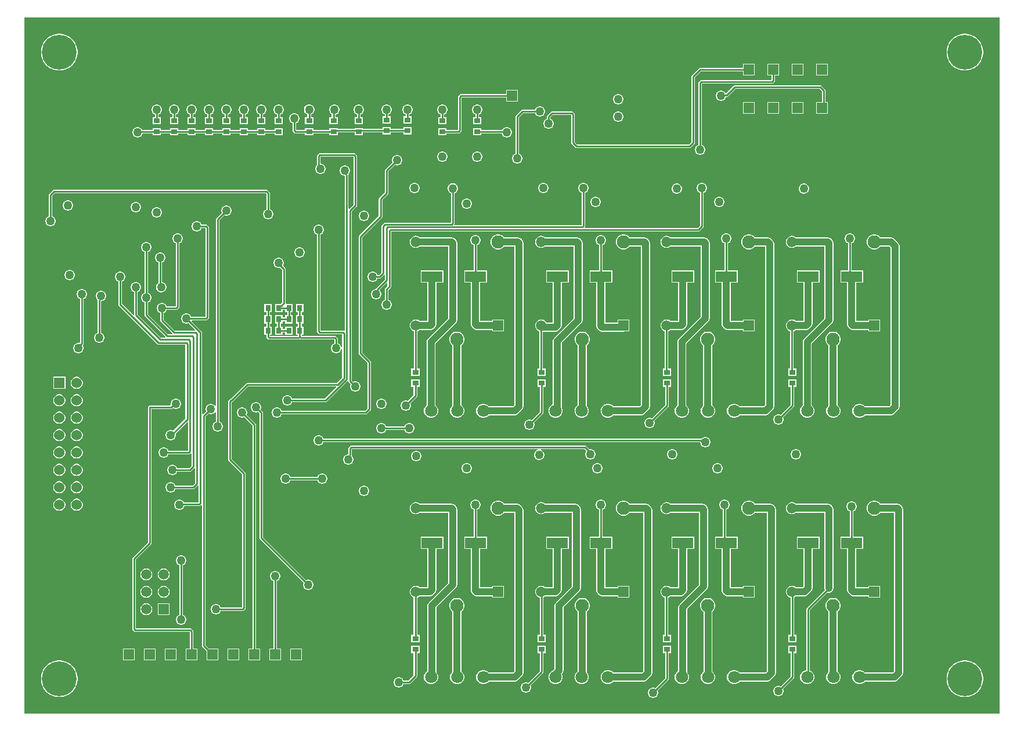
<source format=gbl>
G04*
G04 #@! TF.GenerationSoftware,Altium Limited,Altium Designer,22.3.1 (43)*
G04*
G04 Layer_Physical_Order=4*
G04 Layer_Color=16711680*
%FSLAX25Y25*%
%MOIN*%
G70*
G04*
G04 #@! TF.SameCoordinates,DE08D283-0CB9-458E-8042-9F6044BD937B*
G04*
G04*
G04 #@! TF.FilePolarity,Positive*
G04*
G01*
G75*
%ADD12C,0.01000*%
%ADD16R,0.03740X0.03150*%
%ADD17R,0.03150X0.03740*%
%ADD42C,0.07677*%
%ADD43C,0.05906*%
%ADD44R,0.05906X0.05906*%
%ADD45O,0.05906X0.05906*%
%ADD46C,0.07087*%
%ADD47C,0.06000*%
%ADD48R,0.06000X0.06000*%
%ADD49C,0.20000*%
%ADD50R,0.05906X0.05906*%
%ADD51C,0.05000*%
%ADD52C,0.04000*%
%ADD63R,0.12000X0.06000*%
G36*
X560000D02*
X0D01*
Y400000D01*
X560000D01*
Y0D01*
D02*
G37*
%LPC*%
G36*
X540826Y390500D02*
X539174D01*
X537541Y390242D01*
X535969Y389731D01*
X534497Y388980D01*
X533160Y388009D01*
X531991Y386840D01*
X531020Y385503D01*
X530269Y384031D01*
X529759Y382459D01*
X529500Y380826D01*
Y379174D01*
X529759Y377541D01*
X530269Y375969D01*
X531020Y374497D01*
X531991Y373160D01*
X533160Y371991D01*
X534497Y371020D01*
X535969Y370269D01*
X537541Y369759D01*
X539174Y369500D01*
X540826D01*
X542459Y369759D01*
X544031Y370269D01*
X545503Y371020D01*
X546840Y371991D01*
X548009Y373160D01*
X548980Y374497D01*
X549731Y375969D01*
X550242Y377541D01*
X550500Y379174D01*
Y380826D01*
X550242Y382459D01*
X549731Y384031D01*
X548980Y385503D01*
X548009Y386840D01*
X546840Y388009D01*
X545503Y388980D01*
X544031Y389731D01*
X542459Y390242D01*
X540826Y390500D01*
D02*
G37*
G36*
X20826D02*
X19174D01*
X17541Y390242D01*
X15969Y389731D01*
X14497Y388980D01*
X13160Y388009D01*
X11991Y386840D01*
X11020Y385503D01*
X10269Y384031D01*
X9759Y382459D01*
X9500Y380826D01*
Y379174D01*
X9759Y377541D01*
X10269Y375969D01*
X11020Y374497D01*
X11991Y373160D01*
X13160Y371991D01*
X14497Y371020D01*
X15969Y370269D01*
X17541Y369759D01*
X19174Y369500D01*
X20826D01*
X22459Y369759D01*
X24031Y370269D01*
X25503Y371020D01*
X26840Y371991D01*
X28009Y373160D01*
X28980Y374497D01*
X29731Y375969D01*
X30242Y377541D01*
X30500Y379174D01*
Y380826D01*
X30242Y382459D01*
X29731Y384031D01*
X28980Y385503D01*
X28009Y386840D01*
X26840Y388009D01*
X25503Y388980D01*
X24031Y389731D01*
X22459Y390242D01*
X20826Y390500D01*
D02*
G37*
G36*
X461453Y373453D02*
X454547D01*
Y366547D01*
X461453D01*
Y373453D01*
D02*
G37*
G36*
X447453D02*
X440547D01*
Y366547D01*
X447453D01*
Y373453D01*
D02*
G37*
G36*
X419453D02*
X412547D01*
Y371020D01*
X388000D01*
X387610Y370942D01*
X387279Y370721D01*
X383279Y366721D01*
X383058Y366390D01*
X382980Y366000D01*
Y328422D01*
X381578Y327020D01*
X317422D01*
X316020Y328422D01*
Y344414D01*
X315942Y344804D01*
X315721Y345135D01*
X315135Y345721D01*
X314804Y345942D01*
X314414Y346020D01*
X303000D01*
X302610Y345942D01*
X302279Y345721D01*
X300279Y343721D01*
X300058Y343390D01*
X299980Y343000D01*
Y341833D01*
X299842Y341796D01*
X299158Y341401D01*
X298599Y340842D01*
X298204Y340158D01*
X298000Y339395D01*
Y338605D01*
X298204Y337842D01*
X298599Y337158D01*
X299158Y336599D01*
X299842Y336204D01*
X300605Y336000D01*
X301395D01*
X302158Y336204D01*
X302842Y336599D01*
X303401Y337158D01*
X303796Y337842D01*
X304000Y338605D01*
Y339395D01*
X303796Y340158D01*
X303401Y340842D01*
X302842Y341401D01*
X302158Y341796D01*
X302020Y341833D01*
Y342578D01*
X303422Y343980D01*
X313980D01*
Y328000D01*
X314058Y327610D01*
X314279Y327279D01*
X316279Y325279D01*
X316610Y325058D01*
X317000Y324980D01*
X382000D01*
X382390Y325058D01*
X382721Y325279D01*
X384721Y327279D01*
X384942Y327610D01*
X385020Y328000D01*
Y365578D01*
X388422Y368980D01*
X412547D01*
Y366547D01*
X419453D01*
Y373453D01*
D02*
G37*
G36*
X283453Y358453D02*
X276547D01*
Y356020D01*
X250586D01*
X250196Y355942D01*
X249865Y355721D01*
X249279Y355135D01*
X249058Y354804D01*
X248980Y354414D01*
Y335422D01*
X248928Y335370D01*
X242370D01*
Y336425D01*
X237630D01*
Y332276D01*
X242370D01*
Y333331D01*
X249350D01*
X249741Y333408D01*
X250071Y333629D01*
X250721Y334279D01*
X250942Y334610D01*
X251020Y335000D01*
Y353980D01*
X276547D01*
Y351547D01*
X283453D01*
Y358453D01*
D02*
G37*
G36*
X341395Y356000D02*
X340605D01*
X339842Y355796D01*
X339158Y355401D01*
X338599Y354842D01*
X338204Y354158D01*
X338000Y353395D01*
Y352605D01*
X338204Y351842D01*
X338599Y351158D01*
X339158Y350599D01*
X339842Y350204D01*
X340605Y350000D01*
X341395D01*
X342158Y350204D01*
X342842Y350599D01*
X343401Y351158D01*
X343796Y351842D01*
X344000Y352605D01*
Y353395D01*
X343796Y354158D01*
X343401Y354842D01*
X342842Y355401D01*
X342158Y355796D01*
X341395Y356000D01*
D02*
G37*
G36*
X457000Y361020D02*
X408000D01*
X407610Y360942D01*
X407279Y360721D01*
X403123Y356565D01*
X402523Y356630D01*
X402401Y356842D01*
X401842Y357401D01*
X401158Y357796D01*
X400395Y358000D01*
X399605D01*
X398842Y357796D01*
X398158Y357401D01*
X397599Y356842D01*
X397204Y356158D01*
X397000Y355395D01*
Y354605D01*
X397204Y353842D01*
X397599Y353158D01*
X398158Y352599D01*
X398842Y352204D01*
X399605Y352000D01*
X400395D01*
X401158Y352204D01*
X401842Y352599D01*
X402401Y353158D01*
X402796Y353842D01*
X402921Y354309D01*
X403328D01*
X403719Y354386D01*
X404049Y354608D01*
X408422Y358980D01*
X456578D01*
X457980Y357578D01*
Y351453D01*
X454547D01*
Y344547D01*
X461453D01*
Y351453D01*
X460020D01*
Y358000D01*
X459942Y358390D01*
X459721Y358721D01*
X457721Y360721D01*
X457390Y360942D01*
X457000Y361020D01*
D02*
G37*
G36*
X447453Y351453D02*
X440547D01*
Y344547D01*
X447453D01*
Y351453D01*
D02*
G37*
G36*
X433453D02*
X426547D01*
Y344547D01*
X433453D01*
Y351453D01*
D02*
G37*
G36*
X419453D02*
X412547D01*
Y344547D01*
X419453D01*
Y351453D01*
D02*
G37*
G36*
X296395Y349000D02*
X295605D01*
X294842Y348796D01*
X294158Y348401D01*
X293599Y347842D01*
X293204Y347158D01*
X293167Y347020D01*
X286000D01*
X285610Y346942D01*
X285279Y346721D01*
X282279Y343721D01*
X282058Y343390D01*
X281980Y343000D01*
Y321833D01*
X281842Y321796D01*
X281158Y321401D01*
X280599Y320842D01*
X280204Y320158D01*
X280000Y319395D01*
Y318605D01*
X280204Y317842D01*
X280599Y317158D01*
X281158Y316599D01*
X281842Y316204D01*
X282605Y316000D01*
X283395D01*
X284158Y316204D01*
X284842Y316599D01*
X285401Y317158D01*
X285796Y317842D01*
X286000Y318605D01*
Y319395D01*
X285796Y320158D01*
X285401Y320842D01*
X284842Y321401D01*
X284158Y321796D01*
X284020Y321833D01*
Y342578D01*
X286422Y344980D01*
X293167D01*
X293204Y344842D01*
X293599Y344158D01*
X294158Y343599D01*
X294842Y343204D01*
X295605Y343000D01*
X296395D01*
X297158Y343204D01*
X297842Y343599D01*
X298401Y344158D01*
X298796Y344842D01*
X299000Y345605D01*
Y346395D01*
X298796Y347158D01*
X298401Y347842D01*
X297842Y348401D01*
X297158Y348796D01*
X296395Y349000D01*
D02*
G37*
G36*
X341395Y346000D02*
X340605D01*
X339842Y345796D01*
X339158Y345401D01*
X338599Y344842D01*
X338204Y344158D01*
X338000Y343395D01*
Y342605D01*
X338204Y341842D01*
X338599Y341158D01*
X339158Y340599D01*
X339842Y340204D01*
X340605Y340000D01*
X341395D01*
X342158Y340204D01*
X342842Y340599D01*
X343401Y341158D01*
X343796Y341842D01*
X344000Y342605D01*
Y343395D01*
X343796Y344158D01*
X343401Y344842D01*
X342842Y345401D01*
X342158Y345796D01*
X341395Y346000D01*
D02*
G37*
G36*
X220395Y350000D02*
X219605D01*
X218842Y349796D01*
X218158Y349401D01*
X217599Y348842D01*
X217204Y348158D01*
X217000Y347395D01*
Y346605D01*
X217204Y345842D01*
X217599Y345158D01*
X218158Y344599D01*
X218842Y344204D01*
X218980Y344167D01*
Y343224D01*
X217630D01*
Y339075D01*
X222370D01*
Y343224D01*
X221020D01*
Y344167D01*
X221158Y344204D01*
X221842Y344599D01*
X222401Y345158D01*
X222796Y345842D01*
X223000Y346605D01*
Y347395D01*
X222796Y348158D01*
X222401Y348842D01*
X221842Y349401D01*
X221158Y349796D01*
X220395Y350000D01*
D02*
G37*
G36*
X208395D02*
X207605D01*
X206842Y349796D01*
X206158Y349401D01*
X205599Y348842D01*
X205204Y348158D01*
X205000Y347395D01*
Y346605D01*
X205204Y345842D01*
X205599Y345158D01*
X206158Y344599D01*
X206842Y344204D01*
X206980Y344167D01*
Y343224D01*
X205630D01*
Y339075D01*
X210370D01*
Y343224D01*
X209020D01*
Y344167D01*
X209158Y344204D01*
X209842Y344599D01*
X210401Y345158D01*
X210796Y345842D01*
X211000Y346605D01*
Y347395D01*
X210796Y348158D01*
X210401Y348842D01*
X209842Y349401D01*
X209158Y349796D01*
X208395Y350000D01*
D02*
G37*
G36*
X260395D02*
X259605D01*
X258842Y349796D01*
X258158Y349401D01*
X257599Y348842D01*
X257204Y348158D01*
X257000Y347395D01*
Y346605D01*
X257204Y345842D01*
X257599Y345158D01*
X258158Y344599D01*
X258842Y344204D01*
X258980Y344167D01*
Y342724D01*
X257630D01*
Y338575D01*
X262370D01*
Y342724D01*
X261020D01*
Y344167D01*
X261158Y344204D01*
X261842Y344599D01*
X262401Y345158D01*
X262796Y345842D01*
X263000Y346605D01*
Y347395D01*
X262796Y348158D01*
X262401Y348842D01*
X261842Y349401D01*
X261158Y349796D01*
X260395Y350000D01*
D02*
G37*
G36*
X240395D02*
X239605D01*
X238842Y349796D01*
X238158Y349401D01*
X237599Y348842D01*
X237204Y348158D01*
X237000Y347395D01*
Y346605D01*
X237204Y345842D01*
X237599Y345158D01*
X238158Y344599D01*
X238842Y344204D01*
X238980Y344167D01*
Y342724D01*
X237630D01*
Y338575D01*
X242370D01*
Y342724D01*
X241020D01*
Y344167D01*
X241158Y344204D01*
X241842Y344599D01*
X242401Y345158D01*
X242796Y345842D01*
X243000Y346605D01*
Y347395D01*
X242796Y348158D01*
X242401Y348842D01*
X241842Y349401D01*
X241158Y349796D01*
X240395Y350000D01*
D02*
G37*
G36*
X192395D02*
X191605D01*
X190842Y349796D01*
X190158Y349401D01*
X189599Y348842D01*
X189204Y348158D01*
X189000Y347395D01*
Y346605D01*
X189204Y345842D01*
X189599Y345158D01*
X190158Y344599D01*
X190842Y344204D01*
X190980Y344167D01*
Y342724D01*
X189630D01*
Y338575D01*
X194370D01*
Y342724D01*
X193020D01*
Y344167D01*
X193158Y344204D01*
X193842Y344599D01*
X194401Y345158D01*
X194796Y345842D01*
X195000Y346605D01*
Y347395D01*
X194796Y348158D01*
X194401Y348842D01*
X193842Y349401D01*
X193158Y349796D01*
X192395Y350000D01*
D02*
G37*
G36*
X178395D02*
X177605D01*
X176842Y349796D01*
X176158Y349401D01*
X175599Y348842D01*
X175204Y348158D01*
X175000Y347395D01*
Y346605D01*
X175204Y345842D01*
X175599Y345158D01*
X176158Y344599D01*
X176480Y344413D01*
Y342724D01*
X175130D01*
Y338575D01*
X179870D01*
Y342724D01*
X178520D01*
Y344033D01*
X179158Y344204D01*
X179842Y344599D01*
X180401Y345158D01*
X180796Y345842D01*
X181000Y346605D01*
Y347395D01*
X180796Y348158D01*
X180401Y348842D01*
X179842Y349401D01*
X179158Y349796D01*
X178395Y350000D01*
D02*
G37*
G36*
X163895D02*
X163105D01*
X162342Y349796D01*
X161658Y349401D01*
X161099Y348842D01*
X160704Y348158D01*
X160500Y347395D01*
Y346605D01*
X160704Y345842D01*
X161099Y345158D01*
X161658Y344599D01*
X162342Y344204D01*
X162480Y344167D01*
Y342724D01*
X161130D01*
Y338575D01*
X165870D01*
Y342724D01*
X164520D01*
Y344167D01*
X164658Y344204D01*
X165342Y344599D01*
X165901Y345158D01*
X166296Y345842D01*
X166500Y346605D01*
Y347395D01*
X166296Y348158D01*
X165901Y348842D01*
X165342Y349401D01*
X164658Y349796D01*
X163895Y350000D01*
D02*
G37*
G36*
X146395D02*
X145605D01*
X144842Y349796D01*
X144158Y349401D01*
X143599Y348842D01*
X143204Y348158D01*
X143000Y347395D01*
Y346605D01*
X143204Y345842D01*
X143599Y345158D01*
X144158Y344599D01*
X144842Y344204D01*
X144980Y344167D01*
Y342724D01*
X143630D01*
Y338575D01*
X148370D01*
Y342724D01*
X147020D01*
Y344167D01*
X147158Y344204D01*
X147842Y344599D01*
X148401Y345158D01*
X148796Y345842D01*
X149000Y346605D01*
Y347395D01*
X148796Y348158D01*
X148401Y348842D01*
X147842Y349401D01*
X147158Y349796D01*
X146395Y350000D01*
D02*
G37*
G36*
X136395D02*
X135605D01*
X134842Y349796D01*
X134158Y349401D01*
X133599Y348842D01*
X133204Y348158D01*
X133000Y347395D01*
Y346605D01*
X133204Y345842D01*
X133599Y345158D01*
X134158Y344599D01*
X134842Y344204D01*
X134980Y344167D01*
Y342724D01*
X133630D01*
Y338575D01*
X138370D01*
Y342724D01*
X137020D01*
Y344167D01*
X137158Y344204D01*
X137842Y344599D01*
X138401Y345158D01*
X138796Y345842D01*
X139000Y346605D01*
Y347395D01*
X138796Y348158D01*
X138401Y348842D01*
X137842Y349401D01*
X137158Y349796D01*
X136395Y350000D01*
D02*
G37*
G36*
X126395D02*
X125605D01*
X124842Y349796D01*
X124158Y349401D01*
X123599Y348842D01*
X123204Y348158D01*
X123000Y347395D01*
Y346605D01*
X123204Y345842D01*
X123599Y345158D01*
X124158Y344599D01*
X124842Y344204D01*
X124980Y344167D01*
Y342724D01*
X123630D01*
Y338575D01*
X128370D01*
Y342724D01*
X127020D01*
Y344167D01*
X127158Y344204D01*
X127842Y344599D01*
X128401Y345158D01*
X128796Y345842D01*
X129000Y346605D01*
Y347395D01*
X128796Y348158D01*
X128401Y348842D01*
X127842Y349401D01*
X127158Y349796D01*
X126395Y350000D01*
D02*
G37*
G36*
X116395D02*
X115605D01*
X114842Y349796D01*
X114158Y349401D01*
X113599Y348842D01*
X113204Y348158D01*
X113000Y347395D01*
Y346605D01*
X113204Y345842D01*
X113599Y345158D01*
X114158Y344599D01*
X114842Y344204D01*
X114980Y344167D01*
Y342724D01*
X113630D01*
Y338575D01*
X118370D01*
Y342724D01*
X117020D01*
Y344167D01*
X117158Y344204D01*
X117842Y344599D01*
X118401Y345158D01*
X118796Y345842D01*
X119000Y346605D01*
Y347395D01*
X118796Y348158D01*
X118401Y348842D01*
X117842Y349401D01*
X117158Y349796D01*
X116395Y350000D01*
D02*
G37*
G36*
X106395D02*
X105605D01*
X104842Y349796D01*
X104158Y349401D01*
X103599Y348842D01*
X103204Y348158D01*
X103000Y347395D01*
Y346605D01*
X103204Y345842D01*
X103599Y345158D01*
X104158Y344599D01*
X104842Y344204D01*
X104980Y344167D01*
Y342724D01*
X103630D01*
Y338575D01*
X108370D01*
Y342724D01*
X107020D01*
Y344167D01*
X107158Y344204D01*
X107842Y344599D01*
X108401Y345158D01*
X108796Y345842D01*
X109000Y346605D01*
Y347395D01*
X108796Y348158D01*
X108401Y348842D01*
X107842Y349401D01*
X107158Y349796D01*
X106395Y350000D01*
D02*
G37*
G36*
X96395D02*
X95605D01*
X94842Y349796D01*
X94158Y349401D01*
X93599Y348842D01*
X93204Y348158D01*
X93000Y347395D01*
Y346605D01*
X93204Y345842D01*
X93599Y345158D01*
X94158Y344599D01*
X94842Y344204D01*
X94980Y344167D01*
Y342724D01*
X93630D01*
Y338575D01*
X98370D01*
Y342724D01*
X97020D01*
Y344167D01*
X97158Y344204D01*
X97842Y344599D01*
X98401Y345158D01*
X98796Y345842D01*
X99000Y346605D01*
Y347395D01*
X98796Y348158D01*
X98401Y348842D01*
X97842Y349401D01*
X97158Y349796D01*
X96395Y350000D01*
D02*
G37*
G36*
X86395D02*
X85605D01*
X84842Y349796D01*
X84158Y349401D01*
X83599Y348842D01*
X83204Y348158D01*
X83000Y347395D01*
Y346605D01*
X83204Y345842D01*
X83599Y345158D01*
X84158Y344599D01*
X84842Y344204D01*
X84980Y344167D01*
Y342724D01*
X83630D01*
Y338575D01*
X88370D01*
Y342724D01*
X87020D01*
Y344167D01*
X87158Y344204D01*
X87842Y344599D01*
X88401Y345158D01*
X88796Y345842D01*
X89000Y346605D01*
Y347395D01*
X88796Y348158D01*
X88401Y348842D01*
X87842Y349401D01*
X87158Y349796D01*
X86395Y350000D01*
D02*
G37*
G36*
X76395D02*
X75605D01*
X74842Y349796D01*
X74158Y349401D01*
X73599Y348842D01*
X73204Y348158D01*
X73000Y347395D01*
Y346605D01*
X73204Y345842D01*
X73599Y345158D01*
X74158Y344599D01*
X74842Y344204D01*
X74980Y344167D01*
Y342724D01*
X73630D01*
Y338575D01*
X78370D01*
Y342724D01*
X77020D01*
Y344167D01*
X77158Y344204D01*
X77842Y344599D01*
X78401Y345158D01*
X78796Y345842D01*
X79000Y346605D01*
Y347395D01*
X78796Y348158D01*
X78401Y348842D01*
X77842Y349401D01*
X77158Y349796D01*
X76395Y350000D01*
D02*
G37*
G36*
X277395Y337000D02*
X276605D01*
X275842Y336796D01*
X275158Y336401D01*
X274599Y335842D01*
X274327Y335370D01*
X262370D01*
Y336425D01*
X257630D01*
Y332276D01*
X262370D01*
Y333331D01*
X274074D01*
X274204Y332842D01*
X274599Y332158D01*
X275158Y331599D01*
X275842Y331204D01*
X276605Y331000D01*
X277395D01*
X278158Y331204D01*
X278842Y331599D01*
X279401Y332158D01*
X279796Y332842D01*
X280000Y333605D01*
Y334395D01*
X279796Y335158D01*
X279401Y335842D01*
X278842Y336401D01*
X278158Y336796D01*
X277395Y337000D01*
D02*
G37*
G36*
X155395Y345000D02*
X154605D01*
X153842Y344796D01*
X153158Y344401D01*
X152599Y343842D01*
X152204Y343158D01*
X152000Y342395D01*
Y341605D01*
X152204Y340842D01*
X152599Y340158D01*
X153158Y339599D01*
X153842Y339204D01*
X153980Y339167D01*
Y334936D01*
X154058Y334546D01*
X154279Y334215D01*
X154865Y333629D01*
X155196Y333408D01*
X155586Y333331D01*
X161130D01*
Y332276D01*
X165870D01*
Y333331D01*
X175130D01*
Y332276D01*
X179870D01*
Y333831D01*
X189630D01*
Y332276D01*
X194370D01*
Y333831D01*
X205630D01*
Y332776D01*
X210370D01*
Y333831D01*
X217630D01*
Y332776D01*
X222370D01*
Y336925D01*
X217630D01*
Y335870D01*
X210370D01*
Y336925D01*
X205630D01*
Y335870D01*
X194370D01*
Y336425D01*
X189630D01*
Y335870D01*
X179870D01*
Y336425D01*
X175130D01*
Y335370D01*
X165870D01*
Y336425D01*
X161130D01*
Y335370D01*
X156020D01*
Y339167D01*
X156158Y339204D01*
X156842Y339599D01*
X157401Y340158D01*
X157796Y340842D01*
X158000Y341605D01*
Y342395D01*
X157796Y343158D01*
X157401Y343842D01*
X156842Y344401D01*
X156158Y344796D01*
X155395Y345000D01*
D02*
G37*
G36*
X65395Y337000D02*
X64605D01*
X63842Y336796D01*
X63158Y336401D01*
X62599Y335842D01*
X62204Y335158D01*
X62000Y334395D01*
Y333605D01*
X62204Y332842D01*
X62599Y332158D01*
X63158Y331599D01*
X63842Y331204D01*
X64605Y331000D01*
X65395D01*
X66158Y331204D01*
X66842Y331599D01*
X67401Y332158D01*
X67796Y332842D01*
X67927Y333331D01*
X73630D01*
Y332276D01*
X78370D01*
Y333331D01*
X83630D01*
Y332276D01*
X88370D01*
Y333331D01*
X93630D01*
Y332276D01*
X98370D01*
Y333331D01*
X103630D01*
Y332276D01*
X108370D01*
Y333331D01*
X113630D01*
Y332276D01*
X118370D01*
Y333331D01*
X123630D01*
Y332276D01*
X128370D01*
Y333331D01*
X133630D01*
Y332276D01*
X138370D01*
Y333331D01*
X143630D01*
Y332276D01*
X148370D01*
Y336425D01*
X143630D01*
Y335370D01*
X138370D01*
Y336425D01*
X133630D01*
Y335370D01*
X128370D01*
Y336425D01*
X123630D01*
Y335370D01*
X118370D01*
Y336425D01*
X113630D01*
Y335370D01*
X108370D01*
Y336425D01*
X103630D01*
Y335370D01*
X98370D01*
Y336425D01*
X93630D01*
Y335370D01*
X88370D01*
Y336425D01*
X83630D01*
Y335370D01*
X78370D01*
Y336425D01*
X73630D01*
Y335370D01*
X67673D01*
X67401Y335842D01*
X66842Y336401D01*
X66158Y336796D01*
X65395Y337000D01*
D02*
G37*
G36*
X433453Y373453D02*
X426547D01*
Y366547D01*
X428980D01*
Y364020D01*
X388586D01*
X388196Y363942D01*
X387865Y363721D01*
X387279Y363135D01*
X387058Y362804D01*
X386980Y362414D01*
Y326833D01*
X386842Y326796D01*
X386158Y326401D01*
X385599Y325842D01*
X385204Y325158D01*
X385000Y324395D01*
Y323605D01*
X385204Y322842D01*
X385599Y322158D01*
X386158Y321599D01*
X386842Y321204D01*
X387605Y321000D01*
X388395D01*
X389158Y321204D01*
X389842Y321599D01*
X390401Y322158D01*
X390796Y322842D01*
X391000Y323605D01*
Y324395D01*
X390796Y325158D01*
X390401Y325842D01*
X389842Y326401D01*
X389158Y326796D01*
X389020Y326833D01*
Y361980D01*
X429414D01*
X429804Y362058D01*
X430135Y362279D01*
X430721Y362865D01*
X430942Y363196D01*
X431020Y363586D01*
Y366547D01*
X433453D01*
Y373453D01*
D02*
G37*
G36*
X260395Y323000D02*
X259605D01*
X258842Y322796D01*
X258158Y322401D01*
X257599Y321842D01*
X257204Y321158D01*
X257000Y320395D01*
Y319605D01*
X257204Y318842D01*
X257599Y318158D01*
X258158Y317599D01*
X258842Y317204D01*
X259605Y317000D01*
X260395D01*
X261158Y317204D01*
X261842Y317599D01*
X262401Y318158D01*
X262796Y318842D01*
X263000Y319605D01*
Y320395D01*
X262796Y321158D01*
X262401Y321842D01*
X261842Y322401D01*
X261158Y322796D01*
X260395Y323000D01*
D02*
G37*
G36*
X240395D02*
X239605D01*
X238842Y322796D01*
X238158Y322401D01*
X237599Y321842D01*
X237204Y321158D01*
X237000Y320395D01*
Y319605D01*
X237204Y318842D01*
X237599Y318158D01*
X238158Y317599D01*
X238842Y317204D01*
X239605Y317000D01*
X240395D01*
X241158Y317204D01*
X241842Y317599D01*
X242401Y318158D01*
X242796Y318842D01*
X243000Y319605D01*
Y320395D01*
X242796Y321158D01*
X242401Y321842D01*
X241842Y322401D01*
X241158Y322796D01*
X240395Y323000D01*
D02*
G37*
G36*
X214395Y321000D02*
X213605D01*
X212842Y320796D01*
X212158Y320401D01*
X211599Y319842D01*
X211204Y319158D01*
X211000Y318395D01*
Y317605D01*
X211204Y316842D01*
X211276Y316718D01*
X207279Y312721D01*
X207058Y312390D01*
X206980Y312000D01*
Y299422D01*
X203779Y296221D01*
X203558Y295890D01*
X203480Y295500D01*
Y285922D01*
X192279Y274721D01*
X192058Y274390D01*
X191980Y274000D01*
Y207000D01*
X192058Y206610D01*
X192279Y206279D01*
X196980Y201578D01*
Y175422D01*
X195578Y174020D01*
X147833D01*
X147796Y174158D01*
X147401Y174842D01*
X146842Y175401D01*
X146158Y175796D01*
X145395Y176000D01*
X144605D01*
X143842Y175796D01*
X143158Y175401D01*
X142599Y174842D01*
X142204Y174158D01*
X142000Y173395D01*
Y172605D01*
X142204Y171842D01*
X142599Y171158D01*
X143158Y170599D01*
X143842Y170204D01*
X144605Y170000D01*
X145395D01*
X146158Y170204D01*
X146842Y170599D01*
X147401Y171158D01*
X147796Y171842D01*
X147833Y171980D01*
X196000D01*
X196390Y172058D01*
X196721Y172279D01*
X198721Y174279D01*
X198942Y174610D01*
X199020Y175000D01*
Y202000D01*
X198942Y202390D01*
X198721Y202721D01*
X194020Y207422D01*
Y273578D01*
X205221Y284779D01*
X205442Y285110D01*
X205520Y285500D01*
Y295078D01*
X208721Y298279D01*
X208942Y298610D01*
X209020Y299000D01*
Y311578D01*
X212718Y315276D01*
X212842Y315204D01*
X213605Y315000D01*
X214395D01*
X215158Y315204D01*
X215842Y315599D01*
X216401Y316158D01*
X216796Y316842D01*
X217000Y317605D01*
Y318395D01*
X216796Y319158D01*
X216401Y319842D01*
X215842Y320401D01*
X215158Y320796D01*
X214395Y321000D01*
D02*
G37*
G36*
X298395Y305000D02*
X297605D01*
X296842Y304796D01*
X296158Y304401D01*
X295599Y303842D01*
X295204Y303158D01*
X295000Y302395D01*
Y301605D01*
X295204Y300842D01*
X295599Y300158D01*
X296158Y299599D01*
X296842Y299204D01*
X297605Y299000D01*
X298395D01*
X299158Y299204D01*
X299842Y299599D01*
X300401Y300158D01*
X300796Y300842D01*
X301000Y301605D01*
Y302395D01*
X300796Y303158D01*
X300401Y303842D01*
X299842Y304401D01*
X299158Y304796D01*
X298395Y305000D01*
D02*
G37*
G36*
X224395D02*
X223605D01*
X222842Y304796D01*
X222158Y304401D01*
X221599Y303842D01*
X221204Y303158D01*
X221000Y302395D01*
Y301605D01*
X221204Y300842D01*
X221599Y300158D01*
X222158Y299599D01*
X222842Y299204D01*
X223605Y299000D01*
X224395D01*
X225158Y299204D01*
X225842Y299599D01*
X226401Y300158D01*
X226796Y300842D01*
X227000Y301605D01*
Y302395D01*
X226796Y303158D01*
X226401Y303842D01*
X225842Y304401D01*
X225158Y304796D01*
X224395Y305000D01*
D02*
G37*
G36*
X448045Y304650D02*
X447255D01*
X446492Y304445D01*
X445808Y304050D01*
X445249Y303492D01*
X444854Y302808D01*
X444650Y302045D01*
Y301255D01*
X444854Y300492D01*
X445249Y299808D01*
X445808Y299249D01*
X446492Y298854D01*
X447255Y298650D01*
X448045D01*
X448808Y298854D01*
X449492Y299249D01*
X450050Y299808D01*
X450445Y300492D01*
X450650Y301255D01*
Y302045D01*
X450445Y302808D01*
X450050Y303492D01*
X449492Y304050D01*
X448808Y304445D01*
X448045Y304650D01*
D02*
G37*
G36*
X375045D02*
X374255D01*
X373492Y304445D01*
X372808Y304050D01*
X372249Y303492D01*
X371854Y302808D01*
X371650Y302045D01*
Y301255D01*
X371854Y300492D01*
X372249Y299808D01*
X372808Y299249D01*
X373492Y298854D01*
X374255Y298650D01*
X375045D01*
X375808Y298854D01*
X376492Y299249D01*
X377050Y299808D01*
X377445Y300492D01*
X377650Y301255D01*
Y302045D01*
X377445Y302808D01*
X377050Y303492D01*
X376492Y304050D01*
X375808Y304445D01*
X375045Y304650D01*
D02*
G37*
G36*
X399395Y297000D02*
X398605D01*
X397842Y296796D01*
X397158Y296401D01*
X396599Y295842D01*
X396204Y295158D01*
X396000Y294395D01*
Y293605D01*
X396204Y292842D01*
X396599Y292158D01*
X397158Y291599D01*
X397842Y291204D01*
X398605Y291000D01*
X399395D01*
X400158Y291204D01*
X400842Y291599D01*
X401401Y292158D01*
X401796Y292842D01*
X402000Y293605D01*
Y294395D01*
X401796Y295158D01*
X401401Y295842D01*
X400842Y296401D01*
X400158Y296796D01*
X399395Y297000D01*
D02*
G37*
G36*
X328395D02*
X327605D01*
X326842Y296796D01*
X326158Y296401D01*
X325599Y295842D01*
X325204Y295158D01*
X325000Y294395D01*
Y293605D01*
X325204Y292842D01*
X325599Y292158D01*
X326158Y291599D01*
X326842Y291204D01*
X327605Y291000D01*
X328395D01*
X329158Y291204D01*
X329842Y291599D01*
X330401Y292158D01*
X330796Y292842D01*
X331000Y293605D01*
Y294395D01*
X330796Y295158D01*
X330401Y295842D01*
X329842Y296401D01*
X329158Y296796D01*
X328395Y297000D01*
D02*
G37*
G36*
X254395Y296000D02*
X253605D01*
X252842Y295796D01*
X252158Y295401D01*
X251599Y294842D01*
X251204Y294158D01*
X251000Y293395D01*
Y292605D01*
X251204Y291842D01*
X251599Y291158D01*
X252158Y290599D01*
X252842Y290204D01*
X253605Y290000D01*
X254395D01*
X255158Y290204D01*
X255842Y290599D01*
X256401Y291158D01*
X256796Y291842D01*
X257000Y292605D01*
Y293395D01*
X256796Y294158D01*
X256401Y294842D01*
X255842Y295401D01*
X255158Y295796D01*
X254395Y296000D01*
D02*
G37*
G36*
X189414Y322020D02*
X169586D01*
X169196Y321942D01*
X168865Y321721D01*
X168279Y321135D01*
X168058Y320804D01*
X167980Y320414D01*
Y315223D01*
X167599Y314842D01*
X167204Y314158D01*
X167000Y313395D01*
Y312605D01*
X167204Y311842D01*
X167599Y311158D01*
X168158Y310599D01*
X168842Y310204D01*
X169605Y310000D01*
X170395D01*
X171158Y310204D01*
X171842Y310599D01*
X172401Y311158D01*
X172796Y311842D01*
X173000Y312605D01*
Y313395D01*
X172796Y314158D01*
X172401Y314842D01*
X171842Y315401D01*
X171158Y315796D01*
X170395Y316000D01*
X170020D01*
Y319980D01*
X188980D01*
Y292422D01*
X186520Y289962D01*
X186020Y290169D01*
Y309414D01*
X185959Y309717D01*
X186401Y310158D01*
X186796Y310842D01*
X187000Y311605D01*
Y312395D01*
X186796Y313158D01*
X186401Y313842D01*
X185842Y314401D01*
X185158Y314796D01*
X184395Y315000D01*
X183605D01*
X182842Y314796D01*
X182158Y314401D01*
X181599Y313842D01*
X181204Y313158D01*
X181000Y312395D01*
Y311605D01*
X181204Y310842D01*
X181599Y310158D01*
X182158Y309599D01*
X182842Y309204D01*
X183605Y309000D01*
X183980D01*
Y220036D01*
X183480Y219824D01*
X183304Y219942D01*
X182914Y220020D01*
X170020D01*
Y275167D01*
X170158Y275204D01*
X170842Y275599D01*
X171401Y276158D01*
X171796Y276842D01*
X172000Y277605D01*
Y278395D01*
X171796Y279158D01*
X171401Y279842D01*
X170842Y280401D01*
X170158Y280796D01*
X169395Y281000D01*
X168605D01*
X167842Y280796D01*
X167158Y280401D01*
X166599Y279842D01*
X166204Y279158D01*
X166000Y278395D01*
Y277605D01*
X166204Y276842D01*
X166599Y276158D01*
X167158Y275599D01*
X167842Y275204D01*
X167980Y275167D01*
Y219586D01*
X168058Y219196D01*
X168279Y218865D01*
X168865Y218279D01*
X169196Y218058D01*
X169586Y217980D01*
X182480D01*
Y210534D01*
X181980Y210468D01*
X181796Y211158D01*
X181401Y211842D01*
X180842Y212401D01*
X180158Y212796D01*
X180020Y212833D01*
Y215414D01*
X179942Y215804D01*
X179721Y216135D01*
X179135Y216721D01*
X178804Y216942D01*
X178414Y217020D01*
X159169D01*
Y217630D01*
X160224D01*
Y222370D01*
X159169D01*
Y224130D01*
X160224D01*
Y228870D01*
X159169D01*
Y230630D01*
X160224D01*
Y235370D01*
X156075D01*
Y230630D01*
X157130D01*
Y228870D01*
X156075D01*
Y224130D01*
X157130D01*
Y222370D01*
X156075D01*
Y217630D01*
X157130D01*
Y217020D01*
X140870D01*
Y217630D01*
X141925D01*
Y222370D01*
X140870D01*
Y224130D01*
X141925D01*
Y228870D01*
X140870D01*
Y230630D01*
X141925D01*
Y235370D01*
X137776D01*
Y230630D01*
X138831D01*
Y228870D01*
X137776D01*
Y224130D01*
X138831D01*
Y222370D01*
X137776D01*
Y217630D01*
X138831D01*
Y216586D01*
X138908Y216196D01*
X139129Y215865D01*
X139715Y215279D01*
X140046Y215058D01*
X140436Y214980D01*
X157564D01*
X157954Y215058D01*
X158150Y215189D01*
X158345Y215058D01*
X158735Y214980D01*
X177980D01*
Y212833D01*
X177842Y212796D01*
X177158Y212401D01*
X176599Y211842D01*
X176204Y211158D01*
X176000Y210395D01*
Y209605D01*
X176204Y208842D01*
X176599Y208158D01*
X177158Y207599D01*
X177842Y207204D01*
X178605Y207000D01*
X179395D01*
X180158Y207204D01*
X180842Y207599D01*
X181401Y208158D01*
X181796Y208842D01*
X181980Y209532D01*
X182480Y209466D01*
Y193044D01*
X179456Y190020D01*
X128000D01*
X127610Y189942D01*
X127279Y189721D01*
X118576Y181018D01*
X118196Y180942D01*
X117865Y180721D01*
X117279Y180135D01*
X117058Y179804D01*
X116980Y179414D01*
Y146000D01*
X117058Y145610D01*
X117279Y145279D01*
X124980Y137578D01*
Y61020D01*
X112833D01*
X112796Y61158D01*
X112401Y61842D01*
X111842Y62401D01*
X111158Y62796D01*
X110395Y63000D01*
X109605D01*
X108842Y62796D01*
X108158Y62401D01*
X107599Y61842D01*
X107204Y61158D01*
X107000Y60395D01*
Y59605D01*
X107204Y58842D01*
X107599Y58158D01*
X108158Y57599D01*
X108842Y57204D01*
X109605Y57000D01*
X110395D01*
X111158Y57204D01*
X111842Y57599D01*
X112401Y58158D01*
X112796Y58842D01*
X112833Y58980D01*
X125414D01*
X125804Y59058D01*
X126135Y59279D01*
X126721Y59865D01*
X126942Y60196D01*
X127020Y60586D01*
Y138000D01*
X126942Y138390D01*
X126721Y138721D01*
X119020Y146422D01*
Y178984D01*
X119390Y179058D01*
X119721Y179279D01*
X128422Y187980D01*
X178885D01*
X179077Y187519D01*
X172578Y181020D01*
X153833D01*
X153796Y181158D01*
X153401Y181842D01*
X152842Y182401D01*
X152158Y182796D01*
X151395Y183000D01*
X150605D01*
X149842Y182796D01*
X149158Y182401D01*
X148599Y181842D01*
X148204Y181158D01*
X148000Y180395D01*
Y179605D01*
X148204Y178842D01*
X148599Y178158D01*
X149158Y177599D01*
X149842Y177204D01*
X150605Y177000D01*
X151395D01*
X152158Y177204D01*
X152842Y177599D01*
X153401Y178158D01*
X153796Y178842D01*
X153833Y178980D01*
X173000D01*
X173390Y179058D01*
X173721Y179279D01*
X185480Y191039D01*
X185653Y191025D01*
X186008Y190859D01*
X186058Y190610D01*
X186279Y190279D01*
X187276Y189282D01*
X187204Y189158D01*
X187000Y188395D01*
Y187605D01*
X187204Y186842D01*
X187599Y186158D01*
X188158Y185599D01*
X188842Y185204D01*
X189605Y185000D01*
X190395D01*
X191158Y185204D01*
X191842Y185599D01*
X192401Y186158D01*
X192796Y186842D01*
X193000Y187605D01*
Y188395D01*
X192796Y189158D01*
X192401Y189842D01*
X191842Y190401D01*
X191158Y190796D01*
X190395Y191000D01*
X189605D01*
X188842Y190796D01*
X188718Y190724D01*
X188020Y191422D01*
Y288578D01*
X190721Y291279D01*
X190942Y291610D01*
X191020Y292000D01*
Y320414D01*
X190942Y320804D01*
X190721Y321135D01*
X190135Y321721D01*
X189804Y321942D01*
X189414Y322020D01*
D02*
G37*
G36*
X25395Y295000D02*
X24605D01*
X23842Y294796D01*
X23158Y294401D01*
X22599Y293842D01*
X22204Y293158D01*
X22000Y292395D01*
Y291605D01*
X22204Y290842D01*
X22599Y290158D01*
X23158Y289599D01*
X23842Y289204D01*
X24605Y289000D01*
X25395D01*
X26158Y289204D01*
X26842Y289599D01*
X27401Y290158D01*
X27796Y290842D01*
X28000Y291605D01*
Y292395D01*
X27796Y293158D01*
X27401Y293842D01*
X26842Y294401D01*
X26158Y294796D01*
X25395Y295000D01*
D02*
G37*
G36*
X64395Y294000D02*
X63605D01*
X62842Y293796D01*
X62158Y293401D01*
X61599Y292842D01*
X61204Y292158D01*
X61000Y291395D01*
Y290605D01*
X61204Y289842D01*
X61599Y289158D01*
X62158Y288599D01*
X62842Y288204D01*
X63605Y288000D01*
X64395D01*
X65158Y288204D01*
X65842Y288599D01*
X66401Y289158D01*
X66796Y289842D01*
X67000Y290605D01*
Y291395D01*
X66796Y292158D01*
X66401Y292842D01*
X65842Y293401D01*
X65158Y293796D01*
X64395Y294000D01*
D02*
G37*
G36*
X116395Y292000D02*
X115605D01*
X114842Y291796D01*
X114158Y291401D01*
X113599Y290842D01*
X113204Y290158D01*
X113000Y289395D01*
Y288605D01*
X113204Y287842D01*
X113276Y287718D01*
X110279Y284721D01*
X110058Y284390D01*
X109980Y284000D01*
Y176838D01*
X109480Y176704D01*
X109401Y176842D01*
X108842Y177401D01*
X108158Y177796D01*
X107395Y178000D01*
X106605D01*
X105842Y177796D01*
X105158Y177401D01*
X104599Y176842D01*
X104204Y176158D01*
X104000Y175395D01*
Y174605D01*
X104204Y173842D01*
X104276Y173718D01*
X102520Y171961D01*
X102020Y172169D01*
Y219000D01*
X101942Y219390D01*
X101721Y219721D01*
X95961Y225480D01*
X96169Y225980D01*
X104414D01*
X104804Y226058D01*
X105135Y226279D01*
X105721Y226865D01*
X105942Y227196D01*
X106020Y227586D01*
Y279414D01*
X105942Y279804D01*
X105721Y280135D01*
X105135Y280721D01*
X104804Y280942D01*
X104414Y281020D01*
X101833D01*
X101796Y281158D01*
X101401Y281842D01*
X100842Y282401D01*
X100158Y282796D01*
X99395Y283000D01*
X98605D01*
X97842Y282796D01*
X97158Y282401D01*
X96599Y281842D01*
X96204Y281158D01*
X96000Y280395D01*
Y279605D01*
X96204Y278842D01*
X96599Y278158D01*
X97158Y277599D01*
X97842Y277204D01*
X98605Y277000D01*
X99395D01*
X100158Y277204D01*
X100842Y277599D01*
X101401Y278158D01*
X101796Y278842D01*
X101833Y278980D01*
X103980D01*
Y228020D01*
X95833D01*
X95796Y228158D01*
X95401Y228842D01*
X94842Y229401D01*
X94158Y229796D01*
X93395Y230000D01*
X92605D01*
X91842Y229796D01*
X91158Y229401D01*
X90599Y228842D01*
X90204Y228158D01*
X90000Y227395D01*
Y226605D01*
X90204Y225842D01*
X90599Y225158D01*
X91158Y224599D01*
X91842Y224204D01*
X92605Y224000D01*
X93395D01*
X94158Y224204D01*
X94282Y224276D01*
X98099Y220459D01*
X97892Y219959D01*
X86483D01*
X80020Y226422D01*
Y230167D01*
X80158Y230204D01*
X80842Y230599D01*
X81401Y231158D01*
X81796Y231842D01*
X81833Y231980D01*
X87414D01*
X87804Y232058D01*
X88135Y232279D01*
X88721Y232865D01*
X88942Y233196D01*
X89020Y233586D01*
Y270167D01*
X89158Y270204D01*
X89842Y270599D01*
X90401Y271158D01*
X90796Y271842D01*
X91000Y272605D01*
Y273395D01*
X90796Y274158D01*
X90401Y274842D01*
X89842Y275401D01*
X89158Y275796D01*
X88395Y276000D01*
X87605D01*
X86842Y275796D01*
X86158Y275401D01*
X85599Y274842D01*
X85204Y274158D01*
X85000Y273395D01*
Y272605D01*
X85204Y271842D01*
X85599Y271158D01*
X86158Y270599D01*
X86842Y270204D01*
X86980Y270167D01*
Y234020D01*
X81833D01*
X81796Y234158D01*
X81401Y234842D01*
X80842Y235401D01*
X80158Y235796D01*
X79395Y236000D01*
X78605D01*
X77842Y235796D01*
X77158Y235401D01*
X76599Y234842D01*
X76204Y234158D01*
X76000Y233395D01*
Y232605D01*
X76204Y231842D01*
X76599Y231158D01*
X77158Y230599D01*
X77842Y230204D01*
X77980Y230167D01*
Y226000D01*
X78058Y225610D01*
X78279Y225279D01*
X85039Y218520D01*
X84831Y218020D01*
X82422D01*
X71020Y229422D01*
Y236167D01*
X71158Y236204D01*
X71842Y236599D01*
X72401Y237158D01*
X72796Y237842D01*
X73000Y238605D01*
Y239395D01*
X72796Y240158D01*
X72401Y240842D01*
X71842Y241401D01*
X71158Y241796D01*
X71020Y241833D01*
Y265167D01*
X71158Y265204D01*
X71842Y265599D01*
X72401Y266158D01*
X72796Y266842D01*
X73000Y267605D01*
Y268395D01*
X72796Y269158D01*
X72401Y269842D01*
X71842Y270401D01*
X71158Y270796D01*
X70395Y271000D01*
X69605D01*
X68842Y270796D01*
X68158Y270401D01*
X67599Y269842D01*
X67204Y269158D01*
X67000Y268395D01*
Y267605D01*
X67204Y266842D01*
X67599Y266158D01*
X68158Y265599D01*
X68842Y265204D01*
X68980Y265167D01*
Y241833D01*
X68842Y241796D01*
X68158Y241401D01*
X67599Y240842D01*
X67204Y240158D01*
X67000Y239395D01*
Y238605D01*
X67204Y237842D01*
X67599Y237158D01*
X68158Y236599D01*
X68842Y236204D01*
X68980Y236167D01*
Y229000D01*
X69058Y228610D01*
X69279Y228279D01*
X81038Y216520D01*
X80831Y216020D01*
X78422D01*
X65020Y229422D01*
Y242167D01*
X65158Y242204D01*
X65842Y242599D01*
X66401Y243158D01*
X66796Y243842D01*
X67000Y244605D01*
Y245395D01*
X66796Y246158D01*
X66401Y246842D01*
X65842Y247401D01*
X65158Y247796D01*
X64395Y248000D01*
X63605D01*
X62842Y247796D01*
X62158Y247401D01*
X61599Y246842D01*
X61204Y246158D01*
X61000Y245395D01*
Y244605D01*
X61204Y243842D01*
X61599Y243158D01*
X62158Y242599D01*
X62842Y242204D01*
X62980Y242167D01*
Y229169D01*
X62535Y228948D01*
X62498Y228944D01*
X56020Y235422D01*
Y248167D01*
X56158Y248204D01*
X56842Y248599D01*
X57401Y249158D01*
X57796Y249842D01*
X58000Y250605D01*
Y251395D01*
X57796Y252158D01*
X57401Y252842D01*
X56842Y253401D01*
X56158Y253796D01*
X55395Y254000D01*
X54605D01*
X53842Y253796D01*
X53158Y253401D01*
X52599Y252842D01*
X52204Y252158D01*
X52000Y251395D01*
Y250605D01*
X52204Y249842D01*
X52599Y249158D01*
X53158Y248599D01*
X53842Y248204D01*
X53980Y248167D01*
Y235000D01*
X54058Y234610D01*
X54279Y234279D01*
X76279Y212279D01*
X76610Y212058D01*
X77000Y211980D01*
X92480D01*
Y169508D01*
X85545Y162572D01*
X85158Y162796D01*
X84395Y163000D01*
X83605D01*
X82842Y162796D01*
X82158Y162401D01*
X81599Y161842D01*
X81204Y161158D01*
X81000Y160395D01*
Y159605D01*
X81204Y158842D01*
X81599Y158158D01*
X82158Y157599D01*
X82842Y157204D01*
X83605Y157000D01*
X84395D01*
X85158Y157204D01*
X85842Y157599D01*
X86401Y158158D01*
X86796Y158842D01*
X87000Y159605D01*
Y160395D01*
X86842Y160986D01*
X93519Y167662D01*
X93980Y167471D01*
Y151020D01*
X82833D01*
X82796Y151158D01*
X82401Y151842D01*
X81842Y152401D01*
X81158Y152796D01*
X80395Y153000D01*
X79605D01*
X78842Y152796D01*
X78158Y152401D01*
X77599Y151842D01*
X77204Y151158D01*
X77000Y150395D01*
Y149605D01*
X77204Y148842D01*
X77599Y148158D01*
X78158Y147599D01*
X78842Y147204D01*
X79605Y147000D01*
X80395D01*
X81158Y147204D01*
X81842Y147599D01*
X82401Y148158D01*
X82796Y148842D01*
X82833Y148980D01*
X94414D01*
X94804Y149058D01*
X95135Y149279D01*
X95331Y149475D01*
X95831Y149268D01*
Y142273D01*
X94578Y141020D01*
X87833D01*
X87796Y141158D01*
X87401Y141842D01*
X86842Y142401D01*
X86158Y142796D01*
X85395Y143000D01*
X84605D01*
X83842Y142796D01*
X83158Y142401D01*
X82599Y141842D01*
X82204Y141158D01*
X82000Y140395D01*
Y139605D01*
X82204Y138842D01*
X82599Y138158D01*
X83158Y137599D01*
X83842Y137204D01*
X84605Y137000D01*
X85395D01*
X86158Y137204D01*
X86842Y137599D01*
X87401Y138158D01*
X87796Y138842D01*
X87833Y138980D01*
X95000D01*
X95390Y139058D01*
X95721Y139279D01*
X97480Y141039D01*
X97835Y140947D01*
X97980Y140847D01*
Y132422D01*
X96578Y131020D01*
X86833D01*
X86796Y131158D01*
X86401Y131842D01*
X85842Y132401D01*
X85158Y132796D01*
X84395Y133000D01*
X83605D01*
X82842Y132796D01*
X82158Y132401D01*
X81599Y131842D01*
X81204Y131158D01*
X81000Y130395D01*
Y129605D01*
X81204Y128842D01*
X81599Y128158D01*
X82158Y127599D01*
X82842Y127204D01*
X83605Y127000D01*
X84395D01*
X85158Y127204D01*
X85842Y127599D01*
X86401Y128158D01*
X86796Y128842D01*
X86833Y128980D01*
X97000D01*
X97390Y129058D01*
X97721Y129279D01*
X99480Y131038D01*
X99980Y130831D01*
Y121262D01*
X91735D01*
X91401Y121842D01*
X90842Y122401D01*
X90158Y122796D01*
X89395Y123000D01*
X88605D01*
X87842Y122796D01*
X87158Y122401D01*
X86599Y121842D01*
X86204Y121158D01*
X86000Y120395D01*
Y119605D01*
X86204Y118842D01*
X86599Y118158D01*
X87158Y117599D01*
X87842Y117204D01*
X88605Y117000D01*
X89395D01*
X90158Y117204D01*
X90842Y117599D01*
X91401Y118158D01*
X91796Y118842D01*
X91898Y119223D01*
X100414D01*
X100804Y119301D01*
X101135Y119522D01*
X101480Y119867D01*
X101980Y119660D01*
Y39000D01*
X102058Y38610D01*
X102279Y38279D01*
X104547Y36011D01*
Y30547D01*
X111453D01*
Y37453D01*
X105989D01*
X104020Y39422D01*
Y170578D01*
X105718Y172276D01*
X105842Y172204D01*
X106605Y172000D01*
X107395D01*
X108158Y172204D01*
X108842Y172599D01*
X109401Y173158D01*
X109480Y173296D01*
X109980Y173162D01*
Y167833D01*
X109842Y167796D01*
X109158Y167401D01*
X108599Y166842D01*
X108204Y166158D01*
X108000Y165395D01*
Y164605D01*
X108204Y163842D01*
X108599Y163158D01*
X109158Y162599D01*
X109842Y162204D01*
X110605Y162000D01*
X111395D01*
X112158Y162204D01*
X112842Y162599D01*
X113401Y163158D01*
X113796Y163842D01*
X114000Y164605D01*
Y165395D01*
X113796Y166158D01*
X113401Y166842D01*
X112842Y167401D01*
X112158Y167796D01*
X112020Y167833D01*
Y283578D01*
X114718Y286276D01*
X114842Y286204D01*
X115605Y286000D01*
X116395D01*
X117158Y286204D01*
X117842Y286599D01*
X118401Y287158D01*
X118796Y287842D01*
X119000Y288605D01*
Y289395D01*
X118796Y290158D01*
X118401Y290842D01*
X117842Y291401D01*
X117158Y291796D01*
X116395Y292000D01*
D02*
G37*
G36*
X76395Y291000D02*
X75605D01*
X74842Y290796D01*
X74158Y290401D01*
X73599Y289842D01*
X73204Y289158D01*
X73000Y288395D01*
Y287605D01*
X73204Y286842D01*
X73599Y286158D01*
X74158Y285599D01*
X74842Y285204D01*
X75605Y285000D01*
X76395D01*
X77158Y285204D01*
X77842Y285599D01*
X78401Y286158D01*
X78796Y286842D01*
X79000Y287605D01*
Y288395D01*
X78796Y289158D01*
X78401Y289842D01*
X77842Y290401D01*
X77158Y290796D01*
X76395Y291000D01*
D02*
G37*
G36*
X139000Y301020D02*
X17000D01*
X16610Y300942D01*
X16279Y300721D01*
X14279Y298721D01*
X14058Y298390D01*
X13980Y298000D01*
Y285833D01*
X13842Y285796D01*
X13158Y285401D01*
X12599Y284842D01*
X12204Y284158D01*
X12000Y283395D01*
Y282605D01*
X12204Y281842D01*
X12599Y281158D01*
X13158Y280599D01*
X13842Y280204D01*
X14605Y280000D01*
X15395D01*
X16158Y280204D01*
X16842Y280599D01*
X17401Y281158D01*
X17796Y281842D01*
X18000Y282605D01*
Y283395D01*
X17796Y284158D01*
X17401Y284842D01*
X16842Y285401D01*
X16158Y285796D01*
X16020Y285833D01*
Y297578D01*
X17422Y298980D01*
X138578D01*
X138980Y298578D01*
Y289833D01*
X138842Y289796D01*
X138158Y289401D01*
X137599Y288842D01*
X137204Y288158D01*
X137000Y287395D01*
Y286605D01*
X137204Y285842D01*
X137599Y285158D01*
X138158Y284599D01*
X138842Y284204D01*
X139605Y284000D01*
X140395D01*
X141158Y284204D01*
X141842Y284599D01*
X142401Y285158D01*
X142796Y285842D01*
X143000Y286605D01*
Y287395D01*
X142796Y288158D01*
X142401Y288842D01*
X141842Y289401D01*
X141158Y289796D01*
X141020Y289833D01*
Y299000D01*
X140942Y299390D01*
X140721Y299721D01*
X139721Y300721D01*
X139390Y300942D01*
X139000Y301020D01*
D02*
G37*
G36*
X195395Y289000D02*
X194605D01*
X193842Y288796D01*
X193158Y288401D01*
X192599Y287842D01*
X192204Y287158D01*
X192000Y286395D01*
Y285605D01*
X192204Y284842D01*
X192599Y284158D01*
X193158Y283599D01*
X193842Y283204D01*
X194605Y283000D01*
X195395D01*
X196158Y283204D01*
X196842Y283599D01*
X197401Y284158D01*
X197796Y284842D01*
X198000Y285605D01*
Y286395D01*
X197796Y287158D01*
X197401Y287842D01*
X196842Y288401D01*
X196158Y288796D01*
X195395Y289000D01*
D02*
G37*
G36*
X389395Y305000D02*
X388605D01*
X387842Y304796D01*
X387158Y304401D01*
X386599Y303842D01*
X386204Y303158D01*
X386000Y302395D01*
Y301605D01*
X386204Y300842D01*
X386599Y300158D01*
X387158Y299599D01*
X387842Y299204D01*
X387980Y299167D01*
Y280422D01*
X386578Y279020D01*
X322036D01*
X321824Y279520D01*
X321942Y279696D01*
X322020Y280086D01*
Y299167D01*
X322158Y299204D01*
X322842Y299599D01*
X323401Y300158D01*
X323796Y300842D01*
X324000Y301605D01*
Y302395D01*
X323796Y303158D01*
X323401Y303842D01*
X322842Y304401D01*
X322158Y304796D01*
X321395Y305000D01*
X320605D01*
X319842Y304796D01*
X319158Y304401D01*
X318599Y303842D01*
X318204Y303158D01*
X318000Y302395D01*
Y301605D01*
X318204Y300842D01*
X318599Y300158D01*
X319158Y299599D01*
X319842Y299204D01*
X319980Y299167D01*
Y280520D01*
X247036D01*
X246824Y281020D01*
X246942Y281196D01*
X247020Y281586D01*
Y298927D01*
X247158Y298964D01*
X247842Y299359D01*
X248401Y299918D01*
X248796Y300602D01*
X249000Y301365D01*
Y302155D01*
X248796Y302918D01*
X248401Y303602D01*
X247842Y304160D01*
X247158Y304555D01*
X246395Y304760D01*
X245605D01*
X244842Y304555D01*
X244158Y304160D01*
X243599Y303602D01*
X243204Y302918D01*
X243000Y302155D01*
Y301365D01*
X243204Y300602D01*
X243599Y299918D01*
X244158Y299359D01*
X244842Y298964D01*
X244980Y298927D01*
Y282020D01*
X207000D01*
X206610Y281942D01*
X206279Y281721D01*
X205279Y280721D01*
X205058Y280390D01*
X204980Y280000D01*
Y253422D01*
X203578Y252020D01*
X202833D01*
X202796Y252158D01*
X202401Y252842D01*
X201842Y253401D01*
X201158Y253796D01*
X200395Y254000D01*
X199605D01*
X198842Y253796D01*
X198158Y253401D01*
X197599Y252842D01*
X197204Y252158D01*
X197000Y251395D01*
Y250605D01*
X197204Y249842D01*
X197599Y249158D01*
X198158Y248599D01*
X198842Y248204D01*
X199605Y248000D01*
X200395D01*
X201158Y248204D01*
X201842Y248599D01*
X202401Y249158D01*
X202796Y249842D01*
X202833Y249980D01*
X204000D01*
X204390Y250058D01*
X204721Y250279D01*
X206480Y252039D01*
X206980Y251831D01*
Y249422D01*
X202044Y244486D01*
X201823Y244156D01*
X201792Y244000D01*
X201605D01*
X200842Y243796D01*
X200158Y243401D01*
X199599Y242842D01*
X199204Y242158D01*
X199000Y241395D01*
Y240605D01*
X199204Y239842D01*
X199599Y239158D01*
X200158Y238599D01*
X200842Y238204D01*
X201605Y238000D01*
X202395D01*
X203158Y238204D01*
X203842Y238599D01*
X204401Y239158D01*
X204796Y239842D01*
X205000Y240605D01*
Y241395D01*
X204796Y242158D01*
X204401Y242842D01*
X203842Y243400D01*
X208018Y247576D01*
X208480Y247385D01*
Y245801D01*
X207279Y244600D01*
X207058Y244269D01*
X206980Y243879D01*
Y237833D01*
X206842Y237796D01*
X206158Y237401D01*
X205599Y236842D01*
X205204Y236158D01*
X205000Y235395D01*
Y234605D01*
X205204Y233842D01*
X205599Y233158D01*
X206158Y232599D01*
X206842Y232204D01*
X207605Y232000D01*
X208395D01*
X209158Y232204D01*
X209842Y232599D01*
X210401Y233158D01*
X210796Y233842D01*
X211000Y234605D01*
Y235395D01*
X210796Y236158D01*
X210401Y236842D01*
X209842Y237401D01*
X209158Y237796D01*
X209020Y237833D01*
Y243456D01*
X210221Y244658D01*
X210442Y244988D01*
X210520Y245379D01*
Y276980D01*
X387000D01*
X387390Y277058D01*
X387721Y277279D01*
X389721Y279279D01*
X389942Y279610D01*
X390020Y280000D01*
Y299167D01*
X390158Y299204D01*
X390842Y299599D01*
X391401Y300158D01*
X391796Y300842D01*
X392000Y301605D01*
Y302395D01*
X391796Y303158D01*
X391401Y303842D01*
X390842Y304401D01*
X390158Y304796D01*
X389395Y305000D01*
D02*
G37*
G36*
X158395Y268000D02*
X157605D01*
X156842Y267796D01*
X156158Y267401D01*
X155599Y266842D01*
X155204Y266158D01*
X155000Y265395D01*
Y264605D01*
X155204Y263842D01*
X155599Y263158D01*
X156158Y262599D01*
X156842Y262204D01*
X157605Y262000D01*
X158395D01*
X159158Y262204D01*
X159842Y262599D01*
X160401Y263158D01*
X160796Y263842D01*
X161000Y264605D01*
Y265395D01*
X160796Y266158D01*
X160401Y266842D01*
X159842Y267401D01*
X159158Y267796D01*
X158395Y268000D01*
D02*
G37*
G36*
X26395Y255000D02*
X25605D01*
X24842Y254796D01*
X24158Y254401D01*
X23599Y253842D01*
X23204Y253158D01*
X23000Y252395D01*
Y251605D01*
X23204Y250842D01*
X23599Y250158D01*
X24158Y249599D01*
X24842Y249204D01*
X25605Y249000D01*
X26395D01*
X27158Y249204D01*
X27842Y249599D01*
X28401Y250158D01*
X28796Y250842D01*
X29000Y251605D01*
Y252395D01*
X28796Y253158D01*
X28401Y253842D01*
X27842Y254401D01*
X27158Y254796D01*
X26395Y255000D01*
D02*
G37*
G36*
X78395Y265000D02*
X77605D01*
X76842Y264796D01*
X76158Y264401D01*
X75599Y263842D01*
X75204Y263158D01*
X75000Y262395D01*
Y261605D01*
X75204Y260842D01*
X75599Y260158D01*
X76158Y259599D01*
X76842Y259204D01*
X76980Y259167D01*
Y247537D01*
X76744Y247401D01*
X76185Y246842D01*
X75790Y246158D01*
X75586Y245395D01*
Y244605D01*
X75790Y243842D01*
X76185Y243158D01*
X76744Y242599D01*
X77428Y242204D01*
X78191Y242000D01*
X78981D01*
X79744Y242204D01*
X80428Y242599D01*
X80986Y243158D01*
X81381Y243842D01*
X81586Y244605D01*
Y245395D01*
X81381Y246158D01*
X80986Y246842D01*
X80428Y247401D01*
X79744Y247796D01*
X79020Y247990D01*
Y259167D01*
X79158Y259204D01*
X79842Y259599D01*
X80401Y260158D01*
X80796Y260842D01*
X81000Y261605D01*
Y262395D01*
X80796Y263158D01*
X80401Y263842D01*
X79842Y264401D01*
X79158Y264796D01*
X78395Y265000D01*
D02*
G37*
G36*
X146395Y262000D02*
X145605D01*
X144842Y261796D01*
X144158Y261401D01*
X143599Y260842D01*
X143204Y260158D01*
X143000Y259395D01*
Y258605D01*
X143204Y257842D01*
X143599Y257158D01*
X144158Y256599D01*
X144842Y256204D01*
X145605Y256000D01*
X146395D01*
X146850Y256122D01*
X147980Y254992D01*
Y236273D01*
X147078Y235370D01*
X144075D01*
Y230630D01*
X148224D01*
Y231980D01*
X149776D01*
Y230630D01*
X150831D01*
Y228870D01*
X149776D01*
Y227520D01*
X148224D01*
Y228870D01*
X144075D01*
Y224130D01*
X145130D01*
Y222370D01*
X144075D01*
Y217630D01*
X148224D01*
Y218980D01*
X149776D01*
Y217630D01*
X153925D01*
Y222370D01*
X149776D01*
Y221020D01*
X148224D01*
Y222370D01*
X147169D01*
Y224130D01*
X148224D01*
Y225480D01*
X149776D01*
Y224130D01*
X153925D01*
Y228870D01*
X152870D01*
Y230630D01*
X153925D01*
Y235370D01*
X150434D01*
X150020Y235850D01*
Y255414D01*
X149942Y255804D01*
X149721Y256135D01*
X148510Y257347D01*
X148796Y257842D01*
X149000Y258605D01*
Y259395D01*
X148796Y260158D01*
X148401Y260842D01*
X147842Y261401D01*
X147158Y261796D01*
X146395Y262000D01*
D02*
G37*
G36*
X456500Y254500D02*
X443500D01*
Y247500D01*
X447451D01*
Y225549D01*
X443090D01*
X442876Y225763D01*
X442089Y226218D01*
X441211Y226453D01*
X440301D01*
X439423Y226218D01*
X438636Y225763D01*
X437993Y225120D01*
X437538Y224333D01*
X437303Y223455D01*
Y222545D01*
X437538Y221667D01*
X437993Y220880D01*
X438636Y220237D01*
X439423Y219782D01*
X439736Y219699D01*
Y198224D01*
X438630D01*
Y194075D01*
X443370D01*
Y198224D01*
X441776D01*
Y219699D01*
X442089Y219782D01*
X442876Y220237D01*
X443090Y220451D01*
X449000D01*
X449975Y220645D01*
X450802Y221198D01*
X451802Y222198D01*
X452355Y223025D01*
X452549Y224000D01*
Y247500D01*
X456500D01*
Y254500D01*
D02*
G37*
G36*
X384500D02*
X371500D01*
Y247500D01*
X375451D01*
Y225549D01*
X371090D01*
X370876Y225763D01*
X370089Y226218D01*
X369211Y226453D01*
X368301D01*
X367423Y226218D01*
X366636Y225763D01*
X365993Y225120D01*
X365539Y224333D01*
X365303Y223455D01*
Y222545D01*
X365539Y221667D01*
X365993Y220880D01*
X366636Y220237D01*
X367423Y219782D01*
X367736Y219699D01*
Y198224D01*
X366630D01*
Y194075D01*
X371370D01*
Y198224D01*
X369776D01*
Y219699D01*
X370089Y219782D01*
X370876Y220237D01*
X371090Y220451D01*
X377414D01*
X378390Y220645D01*
X379217Y221198D01*
X379802Y221783D01*
X380355Y222610D01*
X380549Y223586D01*
Y247500D01*
X384500D01*
Y254500D01*
D02*
G37*
G36*
X240500D02*
X227500D01*
Y247500D01*
X231451D01*
Y225549D01*
X227090D01*
X226876Y225763D01*
X226089Y226218D01*
X225210Y226453D01*
X224301D01*
X223423Y226218D01*
X222636Y225763D01*
X221993Y225120D01*
X221538Y224333D01*
X221303Y223455D01*
Y222545D01*
X221538Y221667D01*
X221993Y220880D01*
X222636Y220237D01*
X223423Y219782D01*
X223736Y219699D01*
Y198224D01*
X222130D01*
Y194075D01*
X226870D01*
Y198224D01*
X225776D01*
Y219699D01*
X226089Y219782D01*
X226876Y220237D01*
X227090Y220451D01*
X233414D01*
X234390Y220645D01*
X235217Y221198D01*
X235802Y221783D01*
X236355Y222610D01*
X236549Y223586D01*
Y247500D01*
X240500D01*
Y254500D01*
D02*
G37*
G36*
X312500D02*
X299500D01*
Y247500D01*
X303451D01*
Y224549D01*
X299849D01*
X299519Y225120D01*
X298876Y225763D01*
X298089Y226218D01*
X297211Y226453D01*
X296301D01*
X295423Y226218D01*
X294636Y225763D01*
X293993Y225120D01*
X293538Y224333D01*
X293303Y223455D01*
Y222545D01*
X293538Y221667D01*
X293993Y220880D01*
X294636Y220237D01*
X295423Y219782D01*
X295676Y219715D01*
X295736Y219674D01*
Y198224D01*
X294630D01*
Y194075D01*
X299370D01*
Y198224D01*
X297776D01*
Y219451D01*
X305000D01*
X305976Y219645D01*
X306802Y220198D01*
X307802Y221198D01*
X308355Y222024D01*
X308549Y223000D01*
Y247500D01*
X312500D01*
Y254500D01*
D02*
G37*
G36*
X474395Y276000D02*
X473605D01*
X472842Y275796D01*
X472158Y275401D01*
X471599Y274842D01*
X471204Y274158D01*
X471000Y273395D01*
Y272605D01*
X471204Y271842D01*
X471599Y271158D01*
X472158Y270599D01*
X472842Y270204D01*
X472980Y270167D01*
Y254500D01*
X468500D01*
Y247500D01*
X472451D01*
Y223586D01*
X472645Y222610D01*
X473198Y221783D01*
X473783Y221198D01*
X474610Y220645D01*
X475586Y220451D01*
X484547D01*
Y219547D01*
X491453D01*
Y226453D01*
X484547D01*
Y225549D01*
X477549D01*
Y247500D01*
X481500D01*
Y254500D01*
X475020D01*
Y270167D01*
X475158Y270204D01*
X475842Y270599D01*
X476401Y271158D01*
X476796Y271842D01*
X477000Y272605D01*
Y273395D01*
X476796Y274158D01*
X476401Y274842D01*
X475842Y275401D01*
X475158Y275796D01*
X474395Y276000D01*
D02*
G37*
G36*
X403395D02*
X402605D01*
X401842Y275796D01*
X401158Y275401D01*
X400599Y274842D01*
X400204Y274158D01*
X400000Y273395D01*
Y272605D01*
X400204Y271842D01*
X400599Y271158D01*
X401158Y270599D01*
X401842Y270204D01*
X401980Y270167D01*
Y254500D01*
X396500D01*
Y247500D01*
X400451D01*
Y223586D01*
X400645Y222610D01*
X401198Y221783D01*
X401783Y221198D01*
X402610Y220645D01*
X403586Y220451D01*
X412547D01*
Y219547D01*
X419453D01*
Y226453D01*
X412547D01*
Y225549D01*
X405549D01*
Y247500D01*
X409500D01*
Y254500D01*
X404020D01*
Y270167D01*
X404158Y270204D01*
X404842Y270599D01*
X405401Y271158D01*
X405796Y271842D01*
X406000Y272605D01*
Y273395D01*
X405796Y274158D01*
X405401Y274842D01*
X404842Y275401D01*
X404158Y275796D01*
X403395Y276000D01*
D02*
G37*
G36*
X259395Y275000D02*
X258605D01*
X257842Y274796D01*
X257158Y274401D01*
X256599Y273842D01*
X256204Y273158D01*
X256000Y272395D01*
Y271605D01*
X256204Y270842D01*
X256599Y270158D01*
X257158Y269599D01*
X257842Y269204D01*
X257980Y269167D01*
Y254500D01*
X252500D01*
Y247500D01*
X256451D01*
Y223586D01*
X256645Y222610D01*
X257198Y221783D01*
X257783Y221198D01*
X258610Y220645D01*
X259586Y220451D01*
X268547D01*
Y219547D01*
X275453D01*
Y226453D01*
X268547D01*
Y225549D01*
X261549D01*
Y247500D01*
X265500D01*
Y254500D01*
X260020D01*
Y269167D01*
X260158Y269204D01*
X260842Y269599D01*
X261401Y270158D01*
X261796Y270842D01*
X262000Y271605D01*
Y272395D01*
X261796Y273158D01*
X261401Y273842D01*
X260842Y274401D01*
X260158Y274796D01*
X259395Y275000D01*
D02*
G37*
G36*
X331395D02*
X330605D01*
X329842Y274796D01*
X329158Y274401D01*
X328599Y273842D01*
X328204Y273158D01*
X328000Y272395D01*
Y271605D01*
X328204Y270842D01*
X328599Y270158D01*
X329158Y269599D01*
X329842Y269204D01*
X329980Y269167D01*
Y254500D01*
X324500D01*
Y247500D01*
X328451D01*
Y222586D01*
X328645Y221610D01*
X329198Y220783D01*
X329783Y220198D01*
X330610Y219645D01*
X331586Y219451D01*
X344000D01*
X344484Y219547D01*
X347453D01*
Y226453D01*
X340547D01*
Y224549D01*
X333549D01*
Y247500D01*
X337500D01*
Y254500D01*
X332020D01*
Y269167D01*
X332158Y269204D01*
X332842Y269599D01*
X333401Y270158D01*
X333796Y270842D01*
X334000Y271605D01*
Y272395D01*
X333796Y273158D01*
X333401Y273842D01*
X332842Y274401D01*
X332158Y274796D01*
X331395Y275000D01*
D02*
G37*
G36*
X44395Y243000D02*
X43605D01*
X42842Y242796D01*
X42158Y242401D01*
X41599Y241842D01*
X41204Y241158D01*
X41000Y240395D01*
Y239605D01*
X41204Y238842D01*
X41599Y238158D01*
X42041Y237717D01*
X41980Y237414D01*
Y218833D01*
X41842Y218796D01*
X41158Y218401D01*
X40599Y217842D01*
X40204Y217158D01*
X40000Y216395D01*
Y215605D01*
X40204Y214842D01*
X40599Y214158D01*
X41158Y213599D01*
X41842Y213204D01*
X42605Y213000D01*
X43395D01*
X44158Y213204D01*
X44842Y213599D01*
X45401Y214158D01*
X45796Y214842D01*
X46000Y215605D01*
Y216395D01*
X45796Y217158D01*
X45401Y217842D01*
X44842Y218401D01*
X44158Y218796D01*
X44020Y218833D01*
Y237000D01*
X44395D01*
X45158Y237204D01*
X45842Y237599D01*
X46401Y238158D01*
X46796Y238842D01*
X47000Y239605D01*
Y240395D01*
X46796Y241158D01*
X46401Y241842D01*
X45842Y242401D01*
X45158Y242796D01*
X44395Y243000D01*
D02*
G37*
G36*
X33395Y244000D02*
X32605D01*
X31842Y243796D01*
X31158Y243401D01*
X30599Y242842D01*
X30204Y242158D01*
X30000Y241395D01*
Y240605D01*
X30204Y239842D01*
X30599Y239158D01*
X31158Y238599D01*
X31842Y238204D01*
X31980Y238167D01*
Y213360D01*
X31495Y212973D01*
X31395Y213000D01*
X30605D01*
X29842Y212796D01*
X29158Y212401D01*
X28599Y211842D01*
X28204Y211158D01*
X28000Y210395D01*
Y209605D01*
X28204Y208842D01*
X28599Y208158D01*
X29158Y207599D01*
X29842Y207204D01*
X30605Y207000D01*
X31395D01*
X32158Y207204D01*
X32842Y207599D01*
X33401Y208158D01*
X33796Y208842D01*
X34000Y209605D01*
Y210395D01*
X33796Y211158D01*
X33509Y211653D01*
X33721Y211865D01*
X33942Y212196D01*
X34020Y212586D01*
Y238167D01*
X34158Y238204D01*
X34842Y238599D01*
X35401Y239158D01*
X35796Y239842D01*
X36000Y240605D01*
Y241395D01*
X35796Y242158D01*
X35401Y242842D01*
X34842Y243401D01*
X34158Y243796D01*
X33395Y244000D01*
D02*
G37*
G36*
X30461Y193500D02*
X29539D01*
X28649Y193262D01*
X27851Y192801D01*
X27199Y192149D01*
X26739Y191351D01*
X26500Y190461D01*
Y189539D01*
X26739Y188649D01*
X27199Y187851D01*
X27851Y187199D01*
X28649Y186739D01*
X29539Y186500D01*
X30461D01*
X31351Y186739D01*
X32149Y187199D01*
X32801Y187851D01*
X33261Y188649D01*
X33500Y189539D01*
Y190461D01*
X33261Y191351D01*
X32801Y192149D01*
X32149Y192801D01*
X31351Y193262D01*
X30461Y193500D01*
D02*
G37*
G36*
X23500D02*
X16500D01*
Y186500D01*
X23500D01*
Y193500D01*
D02*
G37*
G36*
X226870Y191925D02*
X222130D01*
Y187776D01*
X223480D01*
Y182922D01*
X220282Y179724D01*
X220158Y179796D01*
X219395Y180000D01*
X218605D01*
X217842Y179796D01*
X217158Y179401D01*
X216599Y178842D01*
X216204Y178158D01*
X216000Y177395D01*
Y176605D01*
X216204Y175842D01*
X216599Y175158D01*
X217158Y174599D01*
X217842Y174204D01*
X218605Y174000D01*
X219395D01*
X220158Y174204D01*
X220842Y174599D01*
X221401Y175158D01*
X221796Y175842D01*
X222000Y176605D01*
Y177395D01*
X221796Y178158D01*
X221724Y178282D01*
X225221Y181779D01*
X225442Y182110D01*
X225520Y182500D01*
Y187776D01*
X226870D01*
Y191925D01*
D02*
G37*
G36*
X488571Y275370D02*
X487429D01*
X486325Y275074D01*
X485336Y274503D01*
X484528Y273695D01*
X483957Y272706D01*
X483661Y271603D01*
Y270460D01*
X483957Y269357D01*
X484528Y268368D01*
X485336Y267560D01*
X486325Y266989D01*
X487429Y266693D01*
X488571D01*
X489675Y266989D01*
X490664Y267560D01*
X491472Y268368D01*
X491538Y268482D01*
X496601D01*
X497451Y267633D01*
Y177399D01*
X496601Y176549D01*
X482669D01*
X481983Y177235D01*
X481061Y177768D01*
X480032Y178043D01*
X478968D01*
X477939Y177768D01*
X477017Y177235D01*
X476264Y176483D01*
X475732Y175561D01*
X475457Y174532D01*
Y173468D01*
X475732Y172439D01*
X476264Y171517D01*
X477017Y170765D01*
X477939Y170232D01*
X478968Y169957D01*
X480032D01*
X481061Y170232D01*
X481983Y170765D01*
X482669Y171451D01*
X497657D01*
X498632Y171645D01*
X499459Y172198D01*
X501802Y174541D01*
X502355Y175368D01*
X502549Y176343D01*
Y268688D01*
X502355Y269664D01*
X501802Y270491D01*
X499459Y272834D01*
X498632Y273387D01*
X497657Y273581D01*
X491538D01*
X491472Y273695D01*
X490664Y274503D01*
X489675Y275074D01*
X488571Y275370D01*
D02*
G37*
G36*
X416571D02*
X415429D01*
X414325Y275074D01*
X413336Y274503D01*
X412528Y273695D01*
X411957Y272706D01*
X411661Y271603D01*
Y270460D01*
X411957Y269357D01*
X412528Y268368D01*
X413336Y267560D01*
X414325Y266989D01*
X415429Y266693D01*
X416571D01*
X417675Y266989D01*
X418664Y267560D01*
X419472Y268368D01*
X419538Y268482D01*
X425451D01*
Y177399D01*
X424601Y176549D01*
X410669D01*
X409983Y177235D01*
X409061Y177768D01*
X408032Y178043D01*
X406968D01*
X405939Y177768D01*
X405017Y177235D01*
X404265Y176483D01*
X403732Y175561D01*
X403457Y174532D01*
Y173468D01*
X403732Y172439D01*
X404265Y171517D01*
X405017Y170765D01*
X405939Y170232D01*
X406968Y169957D01*
X408032D01*
X409061Y170232D01*
X409983Y170765D01*
X410669Y171451D01*
X425657D01*
X426632Y171645D01*
X427459Y172198D01*
X429802Y174541D01*
X430355Y175368D01*
X430549Y176343D01*
Y270000D01*
X430355Y270975D01*
X429802Y271802D01*
X428771Y272834D01*
X427944Y273387D01*
X426968Y273581D01*
X419538D01*
X419472Y273695D01*
X418664Y274503D01*
X417675Y275074D01*
X416571Y275370D01*
D02*
G37*
G36*
X344571D02*
X343429D01*
X342325Y275074D01*
X341336Y274503D01*
X340528Y273695D01*
X339957Y272706D01*
X339661Y271603D01*
Y270460D01*
X339957Y269357D01*
X340528Y268368D01*
X341336Y267560D01*
X342325Y266989D01*
X343429Y266693D01*
X344571D01*
X345675Y266989D01*
X346664Y267560D01*
X347472Y268368D01*
X347538Y268482D01*
X354084D01*
Y177399D01*
X353234Y176549D01*
X338169D01*
X337483Y177235D01*
X336561Y177768D01*
X335532Y178043D01*
X334468D01*
X333439Y177768D01*
X332517Y177235D01*
X331765Y176483D01*
X331232Y175561D01*
X330957Y174532D01*
Y173468D01*
X331232Y172439D01*
X331765Y171517D01*
X332517Y170765D01*
X333439Y170232D01*
X334468Y169957D01*
X335532D01*
X336561Y170232D01*
X337483Y170765D01*
X338169Y171451D01*
X354290D01*
X355266Y171645D01*
X356093Y172198D01*
X358436Y174541D01*
X358988Y175368D01*
X359182Y176343D01*
Y270446D01*
X358988Y271421D01*
X358436Y272248D01*
X357850Y272834D01*
X357023Y273387D01*
X356048Y273581D01*
X347538D01*
X347472Y273695D01*
X346664Y274503D01*
X345675Y275074D01*
X344571Y275370D01*
D02*
G37*
G36*
X272571D02*
X271429D01*
X270325Y275074D01*
X269336Y274503D01*
X268528Y273695D01*
X267957Y272706D01*
X267661Y271603D01*
Y270460D01*
X267957Y269357D01*
X268528Y268368D01*
X269336Y267560D01*
X270325Y266989D01*
X271429Y266693D01*
X272571D01*
X273675Y266989D01*
X274664Y267560D01*
X275472Y268368D01*
X275538Y268482D01*
X281451D01*
Y177399D01*
X280601Y176549D01*
X266669D01*
X265983Y177235D01*
X265061Y177768D01*
X264032Y178043D01*
X262968D01*
X261939Y177768D01*
X261017Y177235D01*
X260265Y176483D01*
X259732Y175561D01*
X259457Y174532D01*
Y173468D01*
X259732Y172439D01*
X260265Y171517D01*
X261017Y170765D01*
X261939Y170232D01*
X262968Y169957D01*
X264032D01*
X265061Y170232D01*
X265983Y170765D01*
X266669Y171451D01*
X281657D01*
X282632Y171645D01*
X283459Y172198D01*
X285802Y174541D01*
X286355Y175368D01*
X286549Y176343D01*
Y270446D01*
X286355Y271421D01*
X285802Y272248D01*
X285217Y272834D01*
X284390Y273387D01*
X283414Y273581D01*
X275538D01*
X275472Y273695D01*
X274664Y274503D01*
X273675Y275074D01*
X272571Y275370D01*
D02*
G37*
G36*
X30461Y183500D02*
X29539D01*
X28649Y183262D01*
X27851Y182801D01*
X27199Y182149D01*
X26739Y181351D01*
X26500Y180461D01*
Y179539D01*
X26739Y178649D01*
X27199Y177851D01*
X27851Y177199D01*
X28649Y176739D01*
X29539Y176500D01*
X30461D01*
X31351Y176739D01*
X32149Y177199D01*
X32801Y177851D01*
X33261Y178649D01*
X33500Y179539D01*
Y180461D01*
X33261Y181351D01*
X32801Y182149D01*
X32149Y182801D01*
X31351Y183262D01*
X30461Y183500D01*
D02*
G37*
G36*
X20461D02*
X19539D01*
X18649Y183262D01*
X17851Y182801D01*
X17199Y182149D01*
X16738Y181351D01*
X16500Y180461D01*
Y179539D01*
X16738Y178649D01*
X17199Y177851D01*
X17851Y177199D01*
X18649Y176739D01*
X19539Y176500D01*
X20461D01*
X21351Y176739D01*
X22149Y177199D01*
X22801Y177851D01*
X23261Y178649D01*
X23500Y179539D01*
Y180461D01*
X23261Y181351D01*
X22801Y182149D01*
X22149Y182801D01*
X21351Y183262D01*
X20461Y183500D01*
D02*
G37*
G36*
X205395Y181000D02*
X204605D01*
X203842Y180796D01*
X203158Y180401D01*
X202599Y179842D01*
X202204Y179158D01*
X202000Y178395D01*
Y177605D01*
X202204Y176842D01*
X202599Y176158D01*
X203158Y175599D01*
X203842Y175204D01*
X204605Y175000D01*
X205395D01*
X206158Y175204D01*
X206842Y175599D01*
X207401Y176158D01*
X207796Y176842D01*
X208000Y177605D01*
Y178395D01*
X207796Y179158D01*
X207401Y179842D01*
X206842Y180401D01*
X206158Y180796D01*
X205395Y181000D01*
D02*
G37*
G36*
X87395D02*
X86605D01*
X85842Y180796D01*
X85158Y180401D01*
X84599Y179842D01*
X84204Y179158D01*
X84000Y178395D01*
Y177605D01*
X84027Y177505D01*
X83640Y177020D01*
X72000D01*
X71610Y176942D01*
X71279Y176721D01*
X71058Y176390D01*
X70980Y176000D01*
Y98422D01*
X62279Y89721D01*
X62058Y89390D01*
X61980Y89000D01*
Y48586D01*
X62058Y48196D01*
X62279Y47865D01*
X62865Y47279D01*
X63196Y47058D01*
X63586Y46980D01*
X94980D01*
Y37453D01*
X92547D01*
Y30547D01*
X99453D01*
Y37453D01*
X97020D01*
Y47414D01*
X96942Y47804D01*
X96721Y48135D01*
X96135Y48721D01*
X95804Y48942D01*
X95414Y49020D01*
X64020D01*
Y88578D01*
X72721Y97279D01*
X72942Y97610D01*
X73020Y98000D01*
Y174980D01*
X84414D01*
X84804Y175058D01*
X85135Y175279D01*
X85347Y175490D01*
X85842Y175204D01*
X86605Y175000D01*
X87395D01*
X88158Y175204D01*
X88842Y175599D01*
X89401Y176158D01*
X89796Y176842D01*
X90000Y177605D01*
Y178395D01*
X89796Y179158D01*
X89401Y179842D01*
X88842Y180401D01*
X88158Y180796D01*
X87395Y181000D01*
D02*
G37*
G36*
X443370Y191925D02*
X438630D01*
Y187776D01*
X439980D01*
Y177422D01*
X434282Y171724D01*
X434158Y171796D01*
X433395Y172000D01*
X432605D01*
X431842Y171796D01*
X431158Y171401D01*
X430599Y170842D01*
X430204Y170158D01*
X430000Y169395D01*
Y168605D01*
X430204Y167842D01*
X430599Y167158D01*
X431158Y166599D01*
X431842Y166204D01*
X432605Y166000D01*
X433395D01*
X434158Y166204D01*
X434842Y166599D01*
X435401Y167158D01*
X435796Y167842D01*
X436000Y168605D01*
Y169395D01*
X435796Y170158D01*
X435724Y170282D01*
X441721Y176279D01*
X441942Y176610D01*
X442020Y177000D01*
Y187776D01*
X443370D01*
Y191925D01*
D02*
G37*
G36*
X464949Y219465D02*
X463807D01*
X462703Y219169D01*
X461714Y218598D01*
X460906Y217790D01*
X460335Y216801D01*
X460039Y215697D01*
Y214555D01*
X460335Y213451D01*
X460906Y212462D01*
X461714Y211654D01*
X461829Y211588D01*
Y177047D01*
X461265Y176483D01*
X460732Y175561D01*
X460457Y174532D01*
Y173468D01*
X460732Y172439D01*
X461265Y171517D01*
X462017Y170765D01*
X462939Y170232D01*
X463968Y169957D01*
X465032D01*
X466061Y170232D01*
X466983Y170765D01*
X467735Y171517D01*
X468268Y172439D01*
X468543Y173468D01*
Y174532D01*
X468268Y175561D01*
X467735Y176483D01*
X466983Y177235D01*
X466927Y177268D01*
Y211588D01*
X467042Y211654D01*
X467850Y212462D01*
X468421Y213451D01*
X468716Y214555D01*
Y215697D01*
X468421Y216801D01*
X467850Y217790D01*
X467042Y218598D01*
X466053Y219169D01*
X464949Y219465D01*
D02*
G37*
G36*
X440756Y274514D02*
X439855Y274395D01*
X439015Y274047D01*
X438293Y273494D01*
X437740Y272773D01*
X437392Y271933D01*
X437273Y271031D01*
X437392Y270130D01*
X437740Y269290D01*
X438293Y268569D01*
X439015Y268016D01*
X439855Y267668D01*
X440756Y267549D01*
X441657Y267668D01*
X442497Y268016D01*
X443106Y268482D01*
X459451D01*
Y227056D01*
X447698Y215302D01*
X447145Y214475D01*
X446951Y213500D01*
Y177169D01*
X446265Y176483D01*
X445732Y175561D01*
X445457Y174532D01*
Y173468D01*
X445732Y172439D01*
X446265Y171517D01*
X447017Y170765D01*
X447939Y170232D01*
X448968Y169957D01*
X450032D01*
X451061Y170232D01*
X451983Y170765D01*
X452736Y171517D01*
X453268Y172439D01*
X453543Y173468D01*
Y174532D01*
X453268Y175561D01*
X452736Y176483D01*
X452049Y177169D01*
Y212444D01*
X463802Y224198D01*
X464355Y225025D01*
X464549Y226000D01*
Y270446D01*
X464355Y271421D01*
X463802Y272248D01*
X463217Y272834D01*
X462390Y273387D01*
X461414Y273581D01*
X443106D01*
X442497Y274047D01*
X441657Y274395D01*
X440756Y274514D01*
D02*
G37*
G36*
X392949Y219465D02*
X391807D01*
X390703Y219169D01*
X389714Y218598D01*
X388906Y217790D01*
X388335Y216801D01*
X388039Y215697D01*
Y214555D01*
X388335Y213451D01*
X388906Y212462D01*
X389714Y211654D01*
X389829Y211588D01*
Y177047D01*
X389265Y176483D01*
X388732Y175561D01*
X388457Y174532D01*
Y173468D01*
X388732Y172439D01*
X389265Y171517D01*
X390017Y170765D01*
X390939Y170232D01*
X391968Y169957D01*
X393032D01*
X394061Y170232D01*
X394983Y170765D01*
X395735Y171517D01*
X396268Y172439D01*
X396543Y173468D01*
Y174532D01*
X396268Y175561D01*
X395735Y176483D01*
X394983Y177235D01*
X394927Y177268D01*
Y211588D01*
X395042Y211654D01*
X395850Y212462D01*
X396421Y213451D01*
X396716Y214555D01*
Y215697D01*
X396421Y216801D01*
X395850Y217790D01*
X395042Y218598D01*
X394053Y219169D01*
X392949Y219465D01*
D02*
G37*
G36*
X368756Y274514D02*
X367855Y274395D01*
X367015Y274047D01*
X366293Y273494D01*
X365740Y272773D01*
X365392Y271933D01*
X365273Y271031D01*
X365392Y270130D01*
X365740Y269290D01*
X366293Y268569D01*
X367015Y268016D01*
X367855Y267668D01*
X368756Y267549D01*
X369657Y267668D01*
X370497Y268016D01*
X371106Y268482D01*
X388451D01*
Y228056D01*
X375698Y215302D01*
X375145Y214475D01*
X374951Y213500D01*
Y177169D01*
X374265Y176483D01*
X373732Y175561D01*
X373457Y174532D01*
Y173468D01*
X373732Y172439D01*
X374265Y171517D01*
X375017Y170765D01*
X375939Y170232D01*
X376968Y169957D01*
X378032D01*
X379061Y170232D01*
X379983Y170765D01*
X380735Y171517D01*
X381268Y172439D01*
X381543Y173468D01*
Y174532D01*
X381268Y175561D01*
X380735Y176483D01*
X380049Y177169D01*
Y212444D01*
X392802Y225198D01*
X393355Y226025D01*
X393549Y227000D01*
Y270446D01*
X393355Y271421D01*
X392802Y272248D01*
X392217Y272834D01*
X391390Y273387D01*
X390414Y273581D01*
X371106D01*
X370497Y274047D01*
X369657Y274395D01*
X368756Y274514D01*
D02*
G37*
G36*
X320949Y219465D02*
X319807D01*
X318703Y219169D01*
X317714Y218598D01*
X316906Y217790D01*
X316335Y216801D01*
X316039Y215697D01*
Y214555D01*
X316335Y213451D01*
X316906Y212462D01*
X317714Y211654D01*
X317829Y211588D01*
Y177415D01*
X317517Y177235D01*
X316765Y176483D01*
X316232Y175561D01*
X315957Y174532D01*
Y173468D01*
X316232Y172439D01*
X316765Y171517D01*
X317517Y170765D01*
X318439Y170232D01*
X319468Y169957D01*
X320532D01*
X321561Y170232D01*
X322483Y170765D01*
X323235Y171517D01*
X323768Y172439D01*
X324043Y173468D01*
Y174532D01*
X323768Y175561D01*
X323235Y176483D01*
X322927Y176791D01*
Y211588D01*
X323042Y211654D01*
X323850Y212462D01*
X324421Y213451D01*
X324716Y214555D01*
Y215697D01*
X324421Y216801D01*
X323850Y217790D01*
X323042Y218598D01*
X322053Y219169D01*
X320949Y219465D01*
D02*
G37*
G36*
X296756Y274514D02*
X295855Y274395D01*
X295015Y274047D01*
X294293Y273494D01*
X293740Y272773D01*
X293392Y271933D01*
X293273Y271031D01*
X293392Y270130D01*
X293740Y269290D01*
X294293Y268569D01*
X295015Y268016D01*
X295855Y267668D01*
X296756Y267549D01*
X297657Y267668D01*
X298497Y268016D01*
X299106Y268482D01*
X315451D01*
Y227056D01*
X304198Y215802D01*
X303645Y214976D01*
X303451Y214000D01*
Y177771D01*
X303439Y177768D01*
X302517Y177235D01*
X301765Y176483D01*
X301232Y175561D01*
X300957Y174532D01*
Y173468D01*
X301232Y172439D01*
X301765Y171517D01*
X302517Y170765D01*
X303439Y170232D01*
X304468Y169957D01*
X305532D01*
X306561Y170232D01*
X307483Y170765D01*
X308235Y171517D01*
X308768Y172439D01*
X309043Y173468D01*
Y174532D01*
X308768Y175561D01*
X308549Y175940D01*
Y212944D01*
X319802Y224198D01*
X320355Y225025D01*
X320549Y226000D01*
Y270446D01*
X320355Y271421D01*
X319802Y272248D01*
X319217Y272834D01*
X318390Y273387D01*
X317414Y273581D01*
X299106D01*
X298497Y274047D01*
X297657Y274395D01*
X296756Y274514D01*
D02*
G37*
G36*
X248949Y219465D02*
X247807D01*
X246703Y219169D01*
X245714Y218598D01*
X244906Y217790D01*
X244335Y216801D01*
X244039Y215697D01*
Y214555D01*
X244335Y213451D01*
X244906Y212462D01*
X245714Y211654D01*
X245829Y211588D01*
Y177047D01*
X245265Y176483D01*
X244732Y175561D01*
X244457Y174532D01*
Y173468D01*
X244732Y172439D01*
X245265Y171517D01*
X246017Y170765D01*
X246939Y170232D01*
X247968Y169957D01*
X249032D01*
X250061Y170232D01*
X250983Y170765D01*
X251735Y171517D01*
X252268Y172439D01*
X252543Y173468D01*
Y174532D01*
X252268Y175561D01*
X251735Y176483D01*
X250983Y177235D01*
X250927Y177268D01*
Y211588D01*
X251042Y211654D01*
X251850Y212462D01*
X252421Y213451D01*
X252716Y214555D01*
Y215697D01*
X252421Y216801D01*
X251850Y217790D01*
X251042Y218598D01*
X250053Y219169D01*
X248949Y219465D01*
D02*
G37*
G36*
X224756Y274514D02*
X223855Y274395D01*
X223015Y274047D01*
X222293Y273494D01*
X221740Y272773D01*
X221392Y271933D01*
X221273Y271031D01*
X221392Y270130D01*
X221740Y269290D01*
X222293Y268569D01*
X223015Y268016D01*
X223855Y267668D01*
X224756Y267549D01*
X225657Y267668D01*
X226497Y268016D01*
X227106Y268482D01*
X243451D01*
Y227056D01*
X231698Y215302D01*
X231145Y214475D01*
X230951Y213500D01*
Y177169D01*
X230265Y176483D01*
X229732Y175561D01*
X229457Y174532D01*
Y173468D01*
X229732Y172439D01*
X230265Y171517D01*
X231017Y170765D01*
X231939Y170232D01*
X232968Y169957D01*
X234032D01*
X235061Y170232D01*
X235983Y170765D01*
X236735Y171517D01*
X237268Y172439D01*
X237543Y173468D01*
Y174532D01*
X237268Y175561D01*
X236735Y176483D01*
X236049Y177169D01*
Y212444D01*
X247802Y224198D01*
X248355Y225025D01*
X248549Y226000D01*
Y270446D01*
X248355Y271421D01*
X247802Y272248D01*
X247217Y272834D01*
X246390Y273387D01*
X245414Y273581D01*
X227106D01*
X226497Y274047D01*
X225657Y274395D01*
X224756Y274514D01*
D02*
G37*
G36*
X371370Y191925D02*
X366630D01*
Y187776D01*
X367980D01*
Y177422D01*
X360282Y169724D01*
X360158Y169796D01*
X359395Y170000D01*
X358605D01*
X357842Y169796D01*
X357158Y169401D01*
X356599Y168842D01*
X356204Y168158D01*
X356000Y167395D01*
Y166605D01*
X356204Y165842D01*
X356599Y165158D01*
X357158Y164599D01*
X357842Y164204D01*
X358605Y164000D01*
X359395D01*
X360158Y164204D01*
X360842Y164599D01*
X361401Y165158D01*
X361796Y165842D01*
X362000Y166605D01*
Y167395D01*
X361796Y168158D01*
X361724Y168282D01*
X369721Y176279D01*
X369942Y176610D01*
X370020Y177000D01*
Y187776D01*
X371370D01*
Y191925D01*
D02*
G37*
G36*
X299370D02*
X294630D01*
Y187776D01*
X295980D01*
Y173422D01*
X291282Y168724D01*
X291158Y168796D01*
X290395Y169000D01*
X289605D01*
X288842Y168796D01*
X288158Y168401D01*
X287599Y167842D01*
X287204Y167158D01*
X287000Y166395D01*
Y165605D01*
X287204Y164842D01*
X287599Y164158D01*
X288158Y163599D01*
X288842Y163204D01*
X289605Y163000D01*
X290395D01*
X291158Y163204D01*
X291842Y163599D01*
X292401Y164158D01*
X292796Y164842D01*
X293000Y165605D01*
Y166395D01*
X292796Y167158D01*
X292724Y167282D01*
X297721Y172279D01*
X297942Y172610D01*
X298020Y173000D01*
Y187776D01*
X299370D01*
Y191925D01*
D02*
G37*
G36*
X30461Y173500D02*
X29539D01*
X28649Y173261D01*
X27851Y172801D01*
X27199Y172149D01*
X26739Y171351D01*
X26500Y170461D01*
Y169539D01*
X26739Y168649D01*
X27199Y167851D01*
X27851Y167199D01*
X28649Y166738D01*
X29539Y166500D01*
X30461D01*
X31351Y166738D01*
X32149Y167199D01*
X32801Y167851D01*
X33261Y168649D01*
X33500Y169539D01*
Y170461D01*
X33261Y171351D01*
X32801Y172149D01*
X32149Y172801D01*
X31351Y173261D01*
X30461Y173500D01*
D02*
G37*
G36*
X20461D02*
X19539D01*
X18649Y173261D01*
X17851Y172801D01*
X17199Y172149D01*
X16738Y171351D01*
X16500Y170461D01*
Y169539D01*
X16738Y168649D01*
X17199Y167851D01*
X17851Y167199D01*
X18649Y166738D01*
X19539Y166500D01*
X20461D01*
X21351Y166738D01*
X22149Y167199D01*
X22801Y167851D01*
X23261Y168649D01*
X23500Y169539D01*
Y170461D01*
X23261Y171351D01*
X22801Y172149D01*
X22149Y172801D01*
X21351Y173261D01*
X20461Y173500D01*
D02*
G37*
G36*
X221395Y167000D02*
X220605D01*
X219842Y166796D01*
X219158Y166401D01*
X218599Y165842D01*
X218204Y165158D01*
X218167Y165020D01*
X207833D01*
X207796Y165158D01*
X207401Y165842D01*
X206842Y166401D01*
X206158Y166796D01*
X205395Y167000D01*
X204605D01*
X203842Y166796D01*
X203158Y166401D01*
X202599Y165842D01*
X202204Y165158D01*
X202000Y164395D01*
Y163605D01*
X202204Y162842D01*
X202599Y162158D01*
X203158Y161599D01*
X203842Y161204D01*
X204605Y161000D01*
X205395D01*
X206158Y161204D01*
X206842Y161599D01*
X207401Y162158D01*
X207796Y162842D01*
X207833Y162980D01*
X218167D01*
X218204Y162842D01*
X218599Y162158D01*
X219158Y161599D01*
X219842Y161204D01*
X220605Y161000D01*
X221395D01*
X222158Y161204D01*
X222842Y161599D01*
X223401Y162158D01*
X223796Y162842D01*
X224000Y163605D01*
Y164395D01*
X223796Y165158D01*
X223401Y165842D01*
X222842Y166401D01*
X222158Y166796D01*
X221395Y167000D01*
D02*
G37*
G36*
X30461Y163500D02*
X29539D01*
X28649Y163261D01*
X27851Y162801D01*
X27199Y162149D01*
X26739Y161351D01*
X26500Y160461D01*
Y159539D01*
X26739Y158649D01*
X27199Y157851D01*
X27851Y157199D01*
X28649Y156738D01*
X29539Y156500D01*
X30461D01*
X31351Y156738D01*
X32149Y157199D01*
X32801Y157851D01*
X33261Y158649D01*
X33500Y159539D01*
Y160461D01*
X33261Y161351D01*
X32801Y162149D01*
X32149Y162801D01*
X31351Y163261D01*
X30461Y163500D01*
D02*
G37*
G36*
X20461D02*
X19539D01*
X18649Y163261D01*
X17851Y162801D01*
X17199Y162149D01*
X16738Y161351D01*
X16500Y160461D01*
Y159539D01*
X16738Y158649D01*
X17199Y157851D01*
X17851Y157199D01*
X18649Y156738D01*
X19539Y156500D01*
X20461D01*
X21351Y156738D01*
X22149Y157199D01*
X22801Y157851D01*
X23261Y158649D01*
X23500Y159539D01*
Y160461D01*
X23261Y161351D01*
X22801Y162149D01*
X22149Y162801D01*
X21351Y163261D01*
X20461Y163500D01*
D02*
G37*
G36*
X169395Y160000D02*
X168605D01*
X167842Y159796D01*
X167158Y159401D01*
X166599Y158842D01*
X166204Y158158D01*
X166000Y157395D01*
Y156605D01*
X166204Y155842D01*
X166599Y155158D01*
X167158Y154599D01*
X167842Y154204D01*
X168605Y154000D01*
X169395D01*
X170158Y154204D01*
X170842Y154599D01*
X171401Y155158D01*
X171796Y155842D01*
X171833Y155980D01*
X388000D01*
Y155605D01*
X388204Y154842D01*
X388599Y154158D01*
X389158Y153599D01*
X389842Y153204D01*
X390605Y153000D01*
X391395D01*
X392158Y153204D01*
X392842Y153599D01*
X393401Y154158D01*
X393796Y154842D01*
X394000Y155605D01*
Y156395D01*
X393796Y157158D01*
X393401Y157842D01*
X392842Y158401D01*
X392158Y158796D01*
X391395Y159000D01*
X390605D01*
X389842Y158796D01*
X389158Y158401D01*
X388717Y157959D01*
X388414Y158020D01*
X171833D01*
X171796Y158158D01*
X171401Y158842D01*
X170842Y159401D01*
X170158Y159796D01*
X169395Y160000D01*
D02*
G37*
G36*
X30461Y153500D02*
X29539D01*
X28649Y153261D01*
X27851Y152801D01*
X27199Y152149D01*
X26739Y151351D01*
X26500Y150461D01*
Y149539D01*
X26739Y148649D01*
X27199Y147851D01*
X27851Y147199D01*
X28649Y146739D01*
X29539Y146500D01*
X30461D01*
X31351Y146739D01*
X32149Y147199D01*
X32801Y147851D01*
X33261Y148649D01*
X33500Y149539D01*
Y150461D01*
X33261Y151351D01*
X32801Y152149D01*
X32149Y152801D01*
X31351Y153261D01*
X30461Y153500D01*
D02*
G37*
G36*
X20461D02*
X19539D01*
X18649Y153261D01*
X17851Y152801D01*
X17199Y152149D01*
X16738Y151351D01*
X16500Y150461D01*
Y149539D01*
X16738Y148649D01*
X17199Y147851D01*
X17851Y147199D01*
X18649Y146739D01*
X19539Y146500D01*
X20461D01*
X21351Y146739D01*
X22149Y147199D01*
X22801Y147851D01*
X23261Y148649D01*
X23500Y149539D01*
Y150461D01*
X23261Y151351D01*
X22801Y152149D01*
X22149Y152801D01*
X21351Y153261D01*
X20461Y153500D01*
D02*
G37*
G36*
X443395Y152000D02*
X442605D01*
X441842Y151796D01*
X441158Y151401D01*
X440599Y150842D01*
X440204Y150158D01*
X440000Y149395D01*
Y148605D01*
X440204Y147842D01*
X440599Y147158D01*
X441158Y146599D01*
X441842Y146204D01*
X442605Y146000D01*
X443395D01*
X444158Y146204D01*
X444842Y146599D01*
X445401Y147158D01*
X445796Y147842D01*
X446000Y148605D01*
Y149395D01*
X445796Y150158D01*
X445401Y150842D01*
X444842Y151401D01*
X444158Y151796D01*
X443395Y152000D01*
D02*
G37*
G36*
X372395D02*
X371605D01*
X370842Y151796D01*
X370158Y151401D01*
X369599Y150842D01*
X369204Y150158D01*
X369000Y149395D01*
Y148605D01*
X369204Y147842D01*
X369599Y147158D01*
X370158Y146599D01*
X370842Y146204D01*
X371605Y146000D01*
X372395D01*
X373158Y146204D01*
X373842Y146599D01*
X374401Y147158D01*
X374796Y147842D01*
X375000Y148605D01*
Y149395D01*
X374796Y150158D01*
X374401Y150842D01*
X373842Y151401D01*
X373158Y151796D01*
X372395Y152000D01*
D02*
G37*
G36*
X322000Y154020D02*
X187586D01*
X187196Y153942D01*
X186865Y153721D01*
X186279Y153135D01*
X186058Y152804D01*
X185980Y152414D01*
Y149000D01*
X185605D01*
X184842Y148796D01*
X184158Y148401D01*
X183599Y147842D01*
X183204Y147158D01*
X183000Y146395D01*
Y145605D01*
X183204Y144842D01*
X183599Y144158D01*
X184158Y143599D01*
X184842Y143204D01*
X185605Y143000D01*
X186395D01*
X187158Y143204D01*
X187842Y143599D01*
X188401Y144158D01*
X188796Y144842D01*
X189000Y145605D01*
Y146395D01*
X188796Y147158D01*
X188401Y147842D01*
X187959Y148283D01*
X188020Y148586D01*
Y151980D01*
X294557D01*
X294623Y151480D01*
X294492Y151445D01*
X293808Y151050D01*
X293249Y150492D01*
X292854Y149808D01*
X292650Y149045D01*
Y148255D01*
X292854Y147492D01*
X293249Y146808D01*
X293808Y146249D01*
X294492Y145854D01*
X295255Y145650D01*
X296045D01*
X296808Y145854D01*
X297492Y146249D01*
X298050Y146808D01*
X298445Y147492D01*
X298650Y148255D01*
Y149045D01*
X298445Y149808D01*
X298050Y150492D01*
X297492Y151050D01*
X296808Y151445D01*
X296676Y151480D01*
X296742Y151980D01*
X321578D01*
X322658Y150900D01*
X322599Y150842D01*
X322204Y150158D01*
X322000Y149395D01*
Y148605D01*
X322204Y147842D01*
X322599Y147158D01*
X323158Y146599D01*
X323842Y146204D01*
X324605Y146000D01*
X325395D01*
X326158Y146204D01*
X326842Y146599D01*
X327401Y147158D01*
X327796Y147842D01*
X328000Y148605D01*
Y149395D01*
X327796Y150158D01*
X327401Y150842D01*
X326842Y151401D01*
X326158Y151796D01*
X325395Y152000D01*
X324605D01*
X324476Y151965D01*
X322721Y153721D01*
X322390Y153942D01*
X322000Y154020D01*
D02*
G37*
G36*
X225395Y151000D02*
X224605D01*
X223842Y150796D01*
X223158Y150401D01*
X222599Y149842D01*
X222204Y149158D01*
X222000Y148395D01*
Y147605D01*
X222204Y146842D01*
X222599Y146158D01*
X223158Y145599D01*
X223842Y145204D01*
X224605Y145000D01*
X225395D01*
X226158Y145204D01*
X226842Y145599D01*
X227401Y146158D01*
X227796Y146842D01*
X228000Y147605D01*
Y148395D01*
X227796Y149158D01*
X227401Y149842D01*
X226842Y150401D01*
X226158Y150796D01*
X225395Y151000D01*
D02*
G37*
G36*
X398395Y144000D02*
X397605D01*
X396842Y143796D01*
X396158Y143401D01*
X395599Y142842D01*
X395204Y142158D01*
X395000Y141395D01*
Y140605D01*
X395204Y139842D01*
X395599Y139158D01*
X396158Y138599D01*
X396842Y138204D01*
X397605Y138000D01*
X398395D01*
X399158Y138204D01*
X399842Y138599D01*
X400401Y139158D01*
X400796Y139842D01*
X401000Y140605D01*
Y141395D01*
X400796Y142158D01*
X400401Y142842D01*
X399842Y143401D01*
X399158Y143796D01*
X398395Y144000D01*
D02*
G37*
G36*
X329395D02*
X328605D01*
X327842Y143796D01*
X327158Y143401D01*
X326599Y142842D01*
X326204Y142158D01*
X326000Y141395D01*
Y140605D01*
X326204Y139842D01*
X326599Y139158D01*
X327158Y138599D01*
X327842Y138204D01*
X328605Y138000D01*
X329395D01*
X330158Y138204D01*
X330842Y138599D01*
X331401Y139158D01*
X331796Y139842D01*
X332000Y140605D01*
Y141395D01*
X331796Y142158D01*
X331401Y142842D01*
X330842Y143401D01*
X330158Y143796D01*
X329395Y144000D01*
D02*
G37*
G36*
X254395D02*
X253605D01*
X252842Y143796D01*
X252158Y143401D01*
X251599Y142842D01*
X251204Y142158D01*
X251000Y141395D01*
Y140605D01*
X251204Y139842D01*
X251599Y139158D01*
X252158Y138599D01*
X252842Y138204D01*
X253605Y138000D01*
X254395D01*
X255158Y138204D01*
X255842Y138599D01*
X256401Y139158D01*
X256796Y139842D01*
X257000Y140605D01*
Y141395D01*
X256796Y142158D01*
X256401Y142842D01*
X255842Y143401D01*
X255158Y143796D01*
X254395Y144000D01*
D02*
G37*
G36*
X30461Y143500D02*
X29539D01*
X28649Y143262D01*
X27851Y142801D01*
X27199Y142149D01*
X26739Y141351D01*
X26500Y140461D01*
Y139539D01*
X26739Y138649D01*
X27199Y137851D01*
X27851Y137199D01*
X28649Y136739D01*
X29539Y136500D01*
X30461D01*
X31351Y136739D01*
X32149Y137199D01*
X32801Y137851D01*
X33261Y138649D01*
X33500Y139539D01*
Y140461D01*
X33261Y141351D01*
X32801Y142149D01*
X32149Y142801D01*
X31351Y143262D01*
X30461Y143500D01*
D02*
G37*
G36*
X20461D02*
X19539D01*
X18649Y143262D01*
X17851Y142801D01*
X17199Y142149D01*
X16738Y141351D01*
X16500Y140461D01*
Y139539D01*
X16738Y138649D01*
X17199Y137851D01*
X17851Y137199D01*
X18649Y136739D01*
X19539Y136500D01*
X20461D01*
X21351Y136739D01*
X22149Y137199D01*
X22801Y137851D01*
X23261Y138649D01*
X23500Y139539D01*
Y140461D01*
X23261Y141351D01*
X22801Y142149D01*
X22149Y142801D01*
X21351Y143262D01*
X20461Y143500D01*
D02*
G37*
G36*
X171395Y138000D02*
X170605D01*
X169842Y137796D01*
X169158Y137401D01*
X168599Y136842D01*
X168204Y136158D01*
X168167Y136020D01*
X152833D01*
X152796Y136158D01*
X152401Y136842D01*
X151842Y137401D01*
X151158Y137796D01*
X150395Y138000D01*
X149605D01*
X148842Y137796D01*
X148158Y137401D01*
X147599Y136842D01*
X147204Y136158D01*
X147000Y135395D01*
Y134605D01*
X147204Y133842D01*
X147599Y133158D01*
X148158Y132599D01*
X148842Y132204D01*
X149605Y132000D01*
X150395D01*
X151158Y132204D01*
X151842Y132599D01*
X152401Y133158D01*
X152796Y133842D01*
X152833Y133980D01*
X168167D01*
X168204Y133842D01*
X168599Y133158D01*
X169158Y132599D01*
X169842Y132204D01*
X170605Y132000D01*
X171395D01*
X172158Y132204D01*
X172842Y132599D01*
X173401Y133158D01*
X173796Y133842D01*
X174000Y134605D01*
Y135395D01*
X173796Y136158D01*
X173401Y136842D01*
X172842Y137401D01*
X172158Y137796D01*
X171395Y138000D01*
D02*
G37*
G36*
X30461Y133500D02*
X29539D01*
X28649Y133262D01*
X27851Y132801D01*
X27199Y132149D01*
X26739Y131351D01*
X26500Y130461D01*
Y129539D01*
X26739Y128649D01*
X27199Y127851D01*
X27851Y127199D01*
X28649Y126739D01*
X29539Y126500D01*
X30461D01*
X31351Y126739D01*
X32149Y127199D01*
X32801Y127851D01*
X33261Y128649D01*
X33500Y129539D01*
Y130461D01*
X33261Y131351D01*
X32801Y132149D01*
X32149Y132801D01*
X31351Y133262D01*
X30461Y133500D01*
D02*
G37*
G36*
X20461D02*
X19539D01*
X18649Y133262D01*
X17851Y132801D01*
X17199Y132149D01*
X16738Y131351D01*
X16500Y130461D01*
Y129539D01*
X16738Y128649D01*
X17199Y127851D01*
X17851Y127199D01*
X18649Y126739D01*
X19539Y126500D01*
X20461D01*
X21351Y126739D01*
X22149Y127199D01*
X22801Y127851D01*
X23261Y128649D01*
X23500Y129539D01*
Y130461D01*
X23261Y131351D01*
X22801Y132149D01*
X22149Y132801D01*
X21351Y133262D01*
X20461Y133500D01*
D02*
G37*
G36*
X195395Y131000D02*
X194605D01*
X193842Y130796D01*
X193158Y130401D01*
X192599Y129842D01*
X192204Y129158D01*
X192000Y128395D01*
Y127605D01*
X192204Y126842D01*
X192599Y126158D01*
X193158Y125599D01*
X193842Y125204D01*
X194605Y125000D01*
X195395D01*
X196158Y125204D01*
X196842Y125599D01*
X197401Y126158D01*
X197796Y126842D01*
X198000Y127605D01*
Y128395D01*
X197796Y129158D01*
X197401Y129842D01*
X196842Y130401D01*
X196158Y130796D01*
X195395Y131000D01*
D02*
G37*
G36*
X30461Y123500D02*
X29539D01*
X28649Y123261D01*
X27851Y122801D01*
X27199Y122149D01*
X26739Y121351D01*
X26500Y120461D01*
Y119539D01*
X26739Y118649D01*
X27199Y117851D01*
X27851Y117199D01*
X28649Y116738D01*
X29539Y116500D01*
X30461D01*
X31351Y116738D01*
X32149Y117199D01*
X32801Y117851D01*
X33261Y118649D01*
X33500Y119539D01*
Y120461D01*
X33261Y121351D01*
X32801Y122149D01*
X32149Y122801D01*
X31351Y123261D01*
X30461Y123500D01*
D02*
G37*
G36*
X20461D02*
X19539D01*
X18649Y123261D01*
X17851Y122801D01*
X17199Y122149D01*
X16738Y121351D01*
X16500Y120461D01*
Y119539D01*
X16738Y118649D01*
X17199Y117851D01*
X17851Y117199D01*
X18649Y116738D01*
X19539Y116500D01*
X20461D01*
X21351Y116738D01*
X22149Y117199D01*
X22801Y117851D01*
X23261Y118649D01*
X23500Y119539D01*
Y120461D01*
X23261Y121351D01*
X22801Y122149D01*
X22149Y122801D01*
X21351Y123261D01*
X20461Y123500D01*
D02*
G37*
G36*
X80455Y83453D02*
X79545D01*
X78667Y83217D01*
X77880Y82763D01*
X77237Y82120D01*
X76783Y81333D01*
X76547Y80455D01*
Y79545D01*
X76783Y78667D01*
X77237Y77880D01*
X77880Y77237D01*
X78667Y76783D01*
X79545Y76547D01*
X80455D01*
X81333Y76783D01*
X82120Y77237D01*
X82763Y77880D01*
X83217Y78667D01*
X83453Y79545D01*
Y80455D01*
X83217Y81333D01*
X82763Y82120D01*
X82120Y82763D01*
X81333Y83217D01*
X80455Y83453D01*
D02*
G37*
G36*
X70455D02*
X69545D01*
X68667Y83217D01*
X67880Y82763D01*
X67237Y82120D01*
X66783Y81333D01*
X66547Y80455D01*
Y79545D01*
X66783Y78667D01*
X67237Y77880D01*
X67880Y77237D01*
X68667Y76783D01*
X69545Y76547D01*
X70455D01*
X71333Y76783D01*
X72120Y77237D01*
X72763Y77880D01*
X73217Y78667D01*
X73453Y79545D01*
Y80455D01*
X73217Y81333D01*
X72763Y82120D01*
X72120Y82763D01*
X71333Y83217D01*
X70455Y83453D01*
D02*
G37*
G36*
X456500Y101500D02*
X443500D01*
Y94500D01*
X447451D01*
Y73056D01*
X446944Y72549D01*
X443090D01*
X442876Y72763D01*
X442089Y73217D01*
X441211Y73453D01*
X440301D01*
X439423Y73217D01*
X438636Y72763D01*
X437993Y72120D01*
X437538Y71333D01*
X437303Y70455D01*
Y69545D01*
X437538Y68667D01*
X437993Y67880D01*
X438636Y67237D01*
X439423Y66783D01*
X439980Y66633D01*
Y45224D01*
X438630D01*
Y41075D01*
X443370D01*
Y45224D01*
X442020D01*
Y66764D01*
X442089Y66783D01*
X442876Y67237D01*
X443090Y67451D01*
X448000D01*
X448976Y67645D01*
X449802Y68198D01*
X451802Y70198D01*
X452355Y71025D01*
X452549Y72000D01*
Y94500D01*
X456500D01*
Y101500D01*
D02*
G37*
G36*
X384500D02*
X371500D01*
Y94500D01*
X375451D01*
Y72549D01*
X371090D01*
X370876Y72763D01*
X370089Y73217D01*
X369211Y73453D01*
X368301D01*
X367423Y73217D01*
X366636Y72763D01*
X365993Y72120D01*
X365539Y71333D01*
X365303Y70455D01*
Y69545D01*
X365539Y68667D01*
X365993Y67880D01*
X366636Y67237D01*
X367423Y66783D01*
X367736Y66699D01*
Y45224D01*
X366630D01*
Y41075D01*
X371370D01*
Y45224D01*
X369776D01*
Y66699D01*
X370089Y66783D01*
X370876Y67237D01*
X371090Y67451D01*
X377000D01*
X377976Y67645D01*
X378802Y68198D01*
X379802Y69198D01*
X380355Y70025D01*
X380549Y71000D01*
Y94500D01*
X384500D01*
Y101500D01*
D02*
G37*
G36*
X312500D02*
X299500D01*
Y94500D01*
X303451D01*
Y72549D01*
X299090D01*
X298876Y72763D01*
X298089Y73217D01*
X297211Y73453D01*
X296301D01*
X295423Y73217D01*
X294636Y72763D01*
X293993Y72120D01*
X293538Y71333D01*
X293303Y70455D01*
Y69545D01*
X293538Y68667D01*
X293993Y67880D01*
X294636Y67237D01*
X295423Y66783D01*
X295980Y66633D01*
Y45224D01*
X294630D01*
Y41075D01*
X299370D01*
Y45224D01*
X298020D01*
Y66764D01*
X298089Y66783D01*
X298876Y67237D01*
X299090Y67451D01*
X305000D01*
X305976Y67645D01*
X306802Y68198D01*
X307802Y69198D01*
X308355Y70025D01*
X308549Y71000D01*
Y94500D01*
X312500D01*
Y101500D01*
D02*
G37*
G36*
X240500D02*
X227500D01*
Y94500D01*
X231451D01*
Y72549D01*
X227090D01*
X226876Y72763D01*
X226089Y73217D01*
X225210Y73453D01*
X224301D01*
X223423Y73217D01*
X222636Y72763D01*
X221993Y72120D01*
X221538Y71333D01*
X221303Y70455D01*
Y69545D01*
X221538Y68667D01*
X221993Y67880D01*
X222636Y67237D01*
X223423Y66783D01*
X223480Y66767D01*
Y45224D01*
X222130D01*
Y41075D01*
X226870D01*
Y45224D01*
X225520D01*
Y66630D01*
X226089Y66783D01*
X226876Y67237D01*
X227090Y67451D01*
X233000D01*
X233976Y67645D01*
X234802Y68198D01*
X235802Y69198D01*
X236355Y70025D01*
X236549Y71000D01*
Y94500D01*
X240500D01*
Y101500D01*
D02*
G37*
G36*
X133395Y179000D02*
X132605D01*
X131842Y178796D01*
X131158Y178401D01*
X130599Y177842D01*
X130204Y177158D01*
X130000Y176395D01*
Y175605D01*
X130204Y174842D01*
X130599Y174158D01*
X131158Y173599D01*
X131842Y173204D01*
X132605Y173000D01*
X133395D01*
X134158Y173204D01*
X134282Y173276D01*
X134980Y172578D01*
Y101000D01*
X135058Y100610D01*
X135279Y100279D01*
X160276Y75282D01*
X160204Y75158D01*
X160000Y74395D01*
Y73605D01*
X160204Y72842D01*
X160599Y72158D01*
X161158Y71599D01*
X161842Y71204D01*
X162605Y71000D01*
X163395D01*
X164158Y71204D01*
X164842Y71599D01*
X165401Y72158D01*
X165796Y72842D01*
X166000Y73605D01*
Y74395D01*
X165796Y75158D01*
X165401Y75842D01*
X164842Y76401D01*
X164158Y76796D01*
X163395Y77000D01*
X162605D01*
X161842Y76796D01*
X161718Y76724D01*
X137020Y101422D01*
Y173000D01*
X136942Y173390D01*
X136721Y173721D01*
X135724Y174718D01*
X135796Y174842D01*
X136000Y175605D01*
Y176395D01*
X135796Y177158D01*
X135401Y177842D01*
X134842Y178401D01*
X134158Y178796D01*
X133395Y179000D01*
D02*
G37*
G36*
X440756Y121514D02*
X439855Y121395D01*
X439015Y121047D01*
X438293Y120494D01*
X437740Y119773D01*
X437392Y118933D01*
X437273Y118032D01*
X437392Y117130D01*
X437740Y116290D01*
X438293Y115569D01*
X439015Y115015D01*
X439855Y114668D01*
X440756Y114549D01*
X441657Y114668D01*
X442497Y115015D01*
X443106Y115482D01*
X459451D01*
Y72000D01*
X459635Y71077D01*
X449279Y60721D01*
X449058Y60390D01*
X448980Y60000D01*
Y25043D01*
X448968D01*
X447939Y24768D01*
X447017Y24236D01*
X446265Y23483D01*
X445732Y22561D01*
X445457Y21532D01*
Y20468D01*
X445732Y19439D01*
X446265Y18517D01*
X447017Y17764D01*
X447939Y17232D01*
X448968Y16957D01*
X450032D01*
X451061Y17232D01*
X451983Y17764D01*
X452736Y18517D01*
X453268Y19439D01*
X453543Y20468D01*
Y21532D01*
X453268Y22561D01*
X452736Y23483D01*
X451983Y24236D01*
X451061Y24768D01*
X451020Y24779D01*
Y59578D01*
X461077Y69635D01*
X462000Y69451D01*
X462976Y69645D01*
X463802Y70198D01*
X464355Y71025D01*
X464549Y72000D01*
Y117446D01*
X464355Y118421D01*
X463802Y119248D01*
X463217Y119834D01*
X462390Y120386D01*
X461414Y120580D01*
X443106D01*
X442497Y121047D01*
X441657Y121395D01*
X440756Y121514D01*
D02*
G37*
G36*
X475395Y122000D02*
X474605D01*
X473842Y121796D01*
X473158Y121401D01*
X472599Y120842D01*
X472204Y120158D01*
X472000Y119395D01*
Y118605D01*
X472204Y117842D01*
X472599Y117158D01*
X473158Y116599D01*
X473842Y116204D01*
X473980Y116167D01*
Y101500D01*
X468500D01*
Y94500D01*
X472451D01*
Y71000D01*
X472645Y70025D01*
X473198Y69198D01*
X474198Y68198D01*
X475025Y67645D01*
X476000Y67451D01*
X484547D01*
Y66547D01*
X491453D01*
Y73453D01*
X484547D01*
Y72549D01*
X477549D01*
Y94500D01*
X481500D01*
Y101500D01*
X476020D01*
Y116167D01*
X476158Y116204D01*
X476842Y116599D01*
X477401Y117158D01*
X477796Y117842D01*
X478000Y118605D01*
Y119395D01*
X477796Y120158D01*
X477401Y120842D01*
X476842Y121401D01*
X476158Y121796D01*
X475395Y122000D01*
D02*
G37*
G36*
X402395Y123000D02*
X401605D01*
X400842Y122796D01*
X400158Y122401D01*
X399599Y121842D01*
X399204Y121158D01*
X399000Y120395D01*
Y119605D01*
X399204Y118842D01*
X399599Y118158D01*
X400158Y117599D01*
X400842Y117204D01*
X400980Y117167D01*
Y101500D01*
X396500D01*
Y94500D01*
X400451D01*
Y70586D01*
X400645Y69610D01*
X401198Y68783D01*
X401783Y68198D01*
X402610Y67645D01*
X403586Y67451D01*
X412547D01*
Y66547D01*
X419453D01*
Y73453D01*
X412547D01*
Y72549D01*
X405549D01*
Y94500D01*
X409500D01*
Y101500D01*
X403020D01*
Y117167D01*
X403158Y117204D01*
X403842Y117599D01*
X404401Y118158D01*
X404796Y118842D01*
X405000Y119605D01*
Y120395D01*
X404796Y121158D01*
X404401Y121842D01*
X403842Y122401D01*
X403158Y122796D01*
X402395Y123000D01*
D02*
G37*
G36*
X331395D02*
X330605D01*
X329842Y122796D01*
X329158Y122401D01*
X328599Y121842D01*
X328204Y121158D01*
X328000Y120395D01*
Y119605D01*
X328204Y118842D01*
X328599Y118158D01*
X329158Y117599D01*
X329842Y117204D01*
X329980Y117167D01*
Y101500D01*
X324500D01*
Y94500D01*
X328451D01*
Y70586D01*
X328645Y69610D01*
X329198Y68783D01*
X329783Y68198D01*
X330610Y67645D01*
X331586Y67451D01*
X340547D01*
Y66547D01*
X347453D01*
Y73453D01*
X340547D01*
Y72549D01*
X333549D01*
Y94500D01*
X337500D01*
Y101500D01*
X332020D01*
Y117167D01*
X332158Y117204D01*
X332842Y117599D01*
X333401Y118158D01*
X333796Y118842D01*
X334000Y119605D01*
Y120395D01*
X333796Y121158D01*
X333401Y121842D01*
X332842Y122401D01*
X332158Y122796D01*
X331395Y123000D01*
D02*
G37*
G36*
X259395D02*
X258605D01*
X257842Y122796D01*
X257158Y122401D01*
X256599Y121842D01*
X256204Y121158D01*
X256000Y120395D01*
Y119605D01*
X256204Y118842D01*
X256599Y118158D01*
X257158Y117599D01*
X257842Y117204D01*
X257980Y117167D01*
Y101500D01*
X252500D01*
Y94500D01*
X256451D01*
Y70586D01*
X256645Y69610D01*
X257198Y68783D01*
X257783Y68198D01*
X258610Y67645D01*
X259586Y67451D01*
X268547D01*
Y66547D01*
X275453D01*
Y73453D01*
X268547D01*
Y72549D01*
X261549D01*
Y94500D01*
X265500D01*
Y101500D01*
X260020D01*
Y117167D01*
X260158Y117204D01*
X260842Y117599D01*
X261401Y118158D01*
X261796Y118842D01*
X262000Y119605D01*
Y120395D01*
X261796Y121158D01*
X261401Y121842D01*
X260842Y122401D01*
X260158Y122796D01*
X259395Y123000D01*
D02*
G37*
G36*
X80455Y73453D02*
X79545D01*
X78667Y73217D01*
X77880Y72763D01*
X77237Y72120D01*
X76783Y71333D01*
X76547Y70455D01*
Y69545D01*
X76783Y68667D01*
X77237Y67880D01*
X77880Y67237D01*
X78667Y66783D01*
X79545Y66547D01*
X80455D01*
X81333Y66783D01*
X82120Y67237D01*
X82763Y67880D01*
X83217Y68667D01*
X83453Y69545D01*
Y70455D01*
X83217Y71333D01*
X82763Y72120D01*
X82120Y72763D01*
X81333Y73217D01*
X80455Y73453D01*
D02*
G37*
G36*
X70455D02*
X69545D01*
X68667Y73217D01*
X67880Y72763D01*
X67237Y72120D01*
X66783Y71333D01*
X66547Y70455D01*
Y69545D01*
X66783Y68667D01*
X67237Y67880D01*
X67880Y67237D01*
X68667Y66783D01*
X69545Y66547D01*
X70455D01*
X71333Y66783D01*
X72120Y67237D01*
X72763Y67880D01*
X73217Y68667D01*
X73453Y69545D01*
Y70455D01*
X73217Y71333D01*
X72763Y72120D01*
X72120Y72763D01*
X71333Y73217D01*
X70455Y73453D01*
D02*
G37*
G36*
X83453Y63453D02*
X76547D01*
Y56547D01*
X83453D01*
Y63453D01*
D02*
G37*
G36*
X70455D02*
X69545D01*
X68667Y63217D01*
X67880Y62763D01*
X67237Y62120D01*
X66783Y61333D01*
X66547Y60455D01*
Y59545D01*
X66783Y58667D01*
X67237Y57880D01*
X67880Y57237D01*
X68667Y56783D01*
X69545Y56547D01*
X70455D01*
X71333Y56783D01*
X72120Y57237D01*
X72763Y57880D01*
X73217Y58667D01*
X73453Y59545D01*
Y60455D01*
X73217Y61333D01*
X72763Y62120D01*
X72120Y62763D01*
X71333Y63217D01*
X70455Y63453D01*
D02*
G37*
G36*
X90395Y91000D02*
X89605D01*
X88842Y90796D01*
X88158Y90401D01*
X87599Y89842D01*
X87204Y89158D01*
X87000Y88395D01*
Y87605D01*
X87204Y86842D01*
X87599Y86158D01*
X88158Y85599D01*
X88842Y85204D01*
X88980Y85167D01*
Y56833D01*
X88842Y56796D01*
X88158Y56401D01*
X87599Y55842D01*
X87204Y55158D01*
X87000Y54395D01*
Y53605D01*
X87204Y52842D01*
X87599Y52158D01*
X88158Y51599D01*
X88842Y51204D01*
X89605Y51000D01*
X90395D01*
X91158Y51204D01*
X91842Y51599D01*
X92401Y52158D01*
X92796Y52842D01*
X93000Y53605D01*
Y54395D01*
X92796Y55158D01*
X92401Y55842D01*
X91842Y56401D01*
X91158Y56796D01*
X91020Y56833D01*
Y85167D01*
X91158Y85204D01*
X91842Y85599D01*
X92401Y86158D01*
X92796Y86842D01*
X93000Y87605D01*
Y88395D01*
X92796Y89158D01*
X92401Y89842D01*
X91842Y90401D01*
X91158Y90796D01*
X90395Y91000D01*
D02*
G37*
G36*
X159453Y37453D02*
X152547D01*
Y30547D01*
X159453D01*
Y37453D01*
D02*
G37*
G36*
X144395Y82000D02*
X143605D01*
X142842Y81796D01*
X142158Y81401D01*
X141599Y80842D01*
X141204Y80158D01*
X141000Y79395D01*
Y78605D01*
X141204Y77842D01*
X141599Y77158D01*
X142158Y76599D01*
X142842Y76204D01*
X142980Y76167D01*
Y37453D01*
X140547D01*
Y30547D01*
X147453D01*
Y37453D01*
X145020D01*
Y76167D01*
X145158Y76204D01*
X145842Y76599D01*
X146401Y77158D01*
X146796Y77842D01*
X147000Y78605D01*
Y79395D01*
X146796Y80158D01*
X146401Y80842D01*
X145842Y81401D01*
X145158Y81796D01*
X144395Y82000D01*
D02*
G37*
G36*
X125395Y176000D02*
X124605D01*
X123842Y175796D01*
X123158Y175401D01*
X122599Y174842D01*
X122204Y174158D01*
X122000Y173395D01*
Y172605D01*
X122204Y171842D01*
X122599Y171158D01*
X123158Y170599D01*
X123842Y170204D01*
X124605Y170000D01*
X125395D01*
X126158Y170204D01*
X126282Y170276D01*
X130980Y165578D01*
Y37453D01*
X128547D01*
Y30547D01*
X135453D01*
Y37453D01*
X133020D01*
Y166000D01*
X132942Y166390D01*
X132721Y166721D01*
X127724Y171718D01*
X127796Y171842D01*
X128000Y172605D01*
Y173395D01*
X127796Y174158D01*
X127401Y174842D01*
X126842Y175401D01*
X126158Y175796D01*
X125395Y176000D01*
D02*
G37*
G36*
X123453Y37453D02*
X116547D01*
Y30547D01*
X123453D01*
Y37453D01*
D02*
G37*
G36*
X87453D02*
X80547D01*
Y30547D01*
X87453D01*
Y37453D01*
D02*
G37*
G36*
X75453D02*
X68547D01*
Y30547D01*
X75453D01*
Y37453D01*
D02*
G37*
G36*
X63453D02*
X56547D01*
Y30547D01*
X63453D01*
Y37453D01*
D02*
G37*
G36*
X488571Y122370D02*
X487429D01*
X486325Y122074D01*
X485336Y121503D01*
X484528Y120695D01*
X483957Y119706D01*
X483661Y118603D01*
Y117460D01*
X483957Y116357D01*
X484528Y115368D01*
X485336Y114560D01*
X486325Y113989D01*
X487429Y113693D01*
X488571D01*
X489675Y113989D01*
X490664Y114560D01*
X491472Y115368D01*
X491538Y115482D01*
X499451D01*
Y24399D01*
X498601Y23549D01*
X482669D01*
X481983Y24236D01*
X481061Y24768D01*
X480032Y25043D01*
X478968D01*
X477939Y24768D01*
X477017Y24236D01*
X476264Y23483D01*
X475732Y22561D01*
X475457Y21532D01*
Y20468D01*
X475732Y19439D01*
X476264Y18517D01*
X477017Y17764D01*
X477939Y17232D01*
X478968Y16957D01*
X480032D01*
X481061Y17232D01*
X481983Y17764D01*
X482669Y18451D01*
X499657D01*
X500632Y18645D01*
X501459Y19198D01*
X503802Y21541D01*
X504355Y22368D01*
X504549Y23343D01*
Y117446D01*
X504355Y118421D01*
X503802Y119248D01*
X503217Y119834D01*
X502390Y120386D01*
X501414Y120580D01*
X491538D01*
X491472Y120695D01*
X490664Y121503D01*
X489675Y122074D01*
X488571Y122370D01*
D02*
G37*
G36*
X416571D02*
X415429D01*
X414325Y122074D01*
X413336Y121503D01*
X412528Y120695D01*
X411957Y119706D01*
X411661Y118603D01*
Y117460D01*
X411957Y116357D01*
X412528Y115368D01*
X413336Y114560D01*
X414325Y113989D01*
X415429Y113693D01*
X416571D01*
X417675Y113989D01*
X418664Y114560D01*
X419472Y115368D01*
X419538Y115482D01*
X426451D01*
Y24399D01*
X425601Y23549D01*
X410669D01*
X409983Y24236D01*
X409061Y24768D01*
X408032Y25043D01*
X406968D01*
X405939Y24768D01*
X405017Y24236D01*
X404265Y23483D01*
X403732Y22561D01*
X403457Y21532D01*
Y20468D01*
X403732Y19439D01*
X404265Y18517D01*
X405017Y17764D01*
X405939Y17232D01*
X406968Y16957D01*
X408032D01*
X409061Y17232D01*
X409983Y17764D01*
X410669Y18451D01*
X426657D01*
X427632Y18645D01*
X428459Y19198D01*
X430802Y21541D01*
X431355Y22368D01*
X431549Y23343D01*
Y117446D01*
X431355Y118421D01*
X430802Y119248D01*
X430217Y119834D01*
X429390Y120386D01*
X428414Y120580D01*
X419538D01*
X419472Y120695D01*
X418664Y121503D01*
X417675Y122074D01*
X416571Y122370D01*
D02*
G37*
G36*
X344571D02*
X343429D01*
X342325Y122074D01*
X341336Y121503D01*
X340528Y120695D01*
X339957Y119706D01*
X339661Y118603D01*
Y117460D01*
X339957Y116357D01*
X340528Y115368D01*
X341336Y114560D01*
X342325Y113989D01*
X343429Y113693D01*
X344571D01*
X345675Y113989D01*
X346664Y114560D01*
X347472Y115368D01*
X347538Y115482D01*
X355451D01*
Y24399D01*
X354601Y23549D01*
X338169D01*
X337483Y24236D01*
X336561Y24768D01*
X335532Y25043D01*
X334468D01*
X333439Y24768D01*
X332517Y24236D01*
X331765Y23483D01*
X331232Y22561D01*
X330957Y21532D01*
Y20468D01*
X331232Y19439D01*
X331765Y18517D01*
X332517Y17764D01*
X333439Y17232D01*
X334468Y16957D01*
X335532D01*
X336561Y17232D01*
X337483Y17764D01*
X338169Y18451D01*
X355657D01*
X356632Y18645D01*
X357459Y19198D01*
X359802Y21541D01*
X360355Y22368D01*
X360549Y23343D01*
Y117000D01*
X360355Y117975D01*
X359802Y118802D01*
X358771Y119834D01*
X357944Y120386D01*
X356968Y120580D01*
X347538D01*
X347472Y120695D01*
X346664Y121503D01*
X345675Y122074D01*
X344571Y122370D01*
D02*
G37*
G36*
X272571D02*
X271429D01*
X270325Y122074D01*
X269336Y121503D01*
X268528Y120695D01*
X267957Y119706D01*
X267661Y118603D01*
Y117460D01*
X267957Y116357D01*
X268528Y115368D01*
X269336Y114560D01*
X270325Y113989D01*
X271429Y113693D01*
X272571D01*
X273675Y113989D01*
X274664Y114560D01*
X275472Y115368D01*
X275538Y115482D01*
X281451D01*
Y24399D01*
X280601Y23549D01*
X266669D01*
X265983Y24236D01*
X265061Y24768D01*
X264032Y25043D01*
X262968D01*
X261939Y24768D01*
X261017Y24236D01*
X260265Y23483D01*
X259732Y22561D01*
X259457Y21532D01*
Y20468D01*
X259732Y19439D01*
X260265Y18517D01*
X261017Y17764D01*
X261939Y17232D01*
X262968Y16957D01*
X264032D01*
X265061Y17232D01*
X265983Y17764D01*
X266669Y18451D01*
X281657D01*
X282632Y18645D01*
X283459Y19198D01*
X285802Y21541D01*
X286355Y22368D01*
X286549Y23343D01*
Y117000D01*
X286355Y117975D01*
X285802Y118802D01*
X284771Y119834D01*
X283944Y120386D01*
X282968Y120580D01*
X275538D01*
X275472Y120695D01*
X274664Y121503D01*
X273675Y122074D01*
X272571Y122370D01*
D02*
G37*
G36*
X226870Y38925D02*
X222130D01*
Y34776D01*
X223480D01*
Y21922D01*
X220578Y19020D01*
X217833D01*
X217796Y19158D01*
X217401Y19842D01*
X216842Y20401D01*
X216158Y20796D01*
X215395Y21000D01*
X214605D01*
X213842Y20796D01*
X213158Y20401D01*
X212599Y19842D01*
X212204Y19158D01*
X212000Y18395D01*
Y17605D01*
X212204Y16842D01*
X212599Y16158D01*
X213158Y15599D01*
X213842Y15204D01*
X214605Y15000D01*
X215395D01*
X216158Y15204D01*
X216842Y15599D01*
X217401Y16158D01*
X217796Y16842D01*
X217833Y16980D01*
X221000D01*
X221390Y17058D01*
X221721Y17279D01*
X225221Y20779D01*
X225442Y21110D01*
X225520Y21500D01*
Y34776D01*
X226870D01*
Y38925D01*
D02*
G37*
G36*
X299370D02*
X294630D01*
Y34776D01*
X295980D01*
Y24422D01*
X289282Y17724D01*
X289158Y17796D01*
X288395Y18000D01*
X287605D01*
X286842Y17796D01*
X286158Y17401D01*
X285599Y16842D01*
X285204Y16158D01*
X285000Y15395D01*
Y14605D01*
X285204Y13842D01*
X285599Y13158D01*
X286158Y12599D01*
X286842Y12204D01*
X287605Y12000D01*
X288395D01*
X289158Y12204D01*
X289842Y12599D01*
X290401Y13158D01*
X290796Y13842D01*
X291000Y14605D01*
Y15395D01*
X290796Y16158D01*
X290724Y16282D01*
X297721Y23279D01*
X297942Y23610D01*
X298020Y24000D01*
Y34776D01*
X299370D01*
Y38925D01*
D02*
G37*
G36*
X464949Y66465D02*
X463807D01*
X462703Y66169D01*
X461714Y65598D01*
X460906Y64790D01*
X460335Y63801D01*
X460039Y62697D01*
Y61555D01*
X460335Y60451D01*
X460906Y59462D01*
X461714Y58654D01*
X461829Y58588D01*
Y24047D01*
X461265Y23483D01*
X460732Y22561D01*
X460457Y21532D01*
Y20468D01*
X460732Y19439D01*
X461265Y18517D01*
X462017Y17764D01*
X462939Y17232D01*
X463968Y16957D01*
X465032D01*
X466061Y17232D01*
X466983Y17764D01*
X467735Y18517D01*
X468268Y19439D01*
X468543Y20468D01*
Y21532D01*
X468268Y22561D01*
X467735Y23483D01*
X466983Y24236D01*
X466927Y24268D01*
Y58588D01*
X467042Y58654D01*
X467850Y59462D01*
X468421Y60451D01*
X468716Y61555D01*
Y62697D01*
X468421Y63801D01*
X467850Y64790D01*
X467042Y65598D01*
X466053Y66169D01*
X464949Y66465D01*
D02*
G37*
G36*
X392949D02*
X391807D01*
X390703Y66169D01*
X389714Y65598D01*
X388906Y64790D01*
X388335Y63801D01*
X388039Y62697D01*
Y61555D01*
X388335Y60451D01*
X388906Y59462D01*
X389714Y58654D01*
X389951Y58517D01*
Y24169D01*
X389265Y23483D01*
X388732Y22561D01*
X388457Y21532D01*
Y20468D01*
X388732Y19439D01*
X389265Y18517D01*
X390017Y17764D01*
X390939Y17232D01*
X391968Y16957D01*
X393032D01*
X394061Y17232D01*
X394983Y17764D01*
X395735Y18517D01*
X396268Y19439D01*
X396543Y20468D01*
Y21532D01*
X396268Y22561D01*
X395735Y23483D01*
X395049Y24169D01*
Y58661D01*
X395850Y59462D01*
X396421Y60451D01*
X396716Y61555D01*
Y62697D01*
X396421Y63801D01*
X395850Y64790D01*
X395042Y65598D01*
X394053Y66169D01*
X392949Y66465D01*
D02*
G37*
G36*
X368756Y121514D02*
X367855Y121395D01*
X367015Y121047D01*
X366293Y120494D01*
X365740Y119773D01*
X365392Y118933D01*
X365273Y118032D01*
X365392Y117130D01*
X365740Y116290D01*
X366293Y115569D01*
X367015Y115015D01*
X367855Y114668D01*
X368756Y114549D01*
X369657Y114668D01*
X370497Y115015D01*
X371106Y115482D01*
X387451D01*
Y74056D01*
X376198Y62802D01*
X375645Y61976D01*
X375451Y61000D01*
Y24486D01*
X375017Y24236D01*
X374265Y23483D01*
X373732Y22561D01*
X373457Y21532D01*
Y20468D01*
X373732Y19439D01*
X374265Y18517D01*
X375017Y17764D01*
X375939Y17232D01*
X376968Y16957D01*
X378032D01*
X379061Y17232D01*
X379983Y17764D01*
X380735Y18517D01*
X381268Y19439D01*
X381543Y20468D01*
Y21532D01*
X381268Y22561D01*
X380735Y23483D01*
X380549Y23669D01*
Y59944D01*
X391802Y71198D01*
X392355Y72025D01*
X392549Y73000D01*
Y117446D01*
X392355Y118421D01*
X391802Y119248D01*
X391217Y119834D01*
X390390Y120386D01*
X389414Y120580D01*
X371106D01*
X370497Y121047D01*
X369657Y121395D01*
X368756Y121514D01*
D02*
G37*
G36*
X320949Y66465D02*
X319807D01*
X318703Y66169D01*
X317714Y65598D01*
X316906Y64790D01*
X316335Y63801D01*
X316039Y62697D01*
Y61555D01*
X316335Y60451D01*
X316906Y59462D01*
X317714Y58654D01*
X317829Y58588D01*
Y24415D01*
X317517Y24236D01*
X316765Y23483D01*
X316232Y22561D01*
X315957Y21532D01*
Y20468D01*
X316232Y19439D01*
X316765Y18517D01*
X317517Y17764D01*
X318439Y17232D01*
X319468Y16957D01*
X320532D01*
X321561Y17232D01*
X322483Y17764D01*
X323235Y18517D01*
X323768Y19439D01*
X324043Y20468D01*
Y21532D01*
X323768Y22561D01*
X323235Y23483D01*
X322927Y23791D01*
Y58588D01*
X323042Y58654D01*
X323850Y59462D01*
X324421Y60451D01*
X324716Y61555D01*
Y62697D01*
X324421Y63801D01*
X323850Y64790D01*
X323042Y65598D01*
X322053Y66169D01*
X320949Y66465D01*
D02*
G37*
G36*
X296756Y121514D02*
X295855Y121395D01*
X295015Y121047D01*
X294293Y120494D01*
X293740Y119773D01*
X293392Y118933D01*
X293273Y118032D01*
X293392Y117130D01*
X293740Y116290D01*
X294293Y115569D01*
X295015Y115015D01*
X295855Y114668D01*
X296756Y114549D01*
X297657Y114668D01*
X298497Y115015D01*
X299106Y115482D01*
X314451D01*
Y73056D01*
X305198Y63802D01*
X304645Y62976D01*
X304451Y62000D01*
Y25685D01*
X303569Y24802D01*
X303439Y24768D01*
X302517Y24236D01*
X301765Y23483D01*
X301232Y22561D01*
X300957Y21532D01*
Y20468D01*
X301232Y19439D01*
X301765Y18517D01*
X302517Y17764D01*
X303439Y17232D01*
X304468Y16957D01*
X305532D01*
X306561Y17232D01*
X307483Y17764D01*
X308235Y18517D01*
X308768Y19439D01*
X309043Y20468D01*
Y21532D01*
X308768Y22561D01*
X308683Y22707D01*
X308802Y22827D01*
X309355Y23654D01*
X309549Y24629D01*
Y60944D01*
X318802Y70198D01*
X319355Y71025D01*
X319549Y72000D01*
Y117446D01*
X319355Y118421D01*
X318802Y119248D01*
X318451Y119483D01*
X318217Y119834D01*
X317390Y120386D01*
X316414Y120580D01*
X299106D01*
X298497Y121047D01*
X297657Y121395D01*
X296756Y121514D01*
D02*
G37*
G36*
X248949Y66465D02*
X247807D01*
X246703Y66169D01*
X245714Y65598D01*
X244906Y64790D01*
X244335Y63801D01*
X244039Y62697D01*
Y61555D01*
X244335Y60451D01*
X244906Y59462D01*
X245714Y58654D01*
X245829Y58588D01*
Y24047D01*
X245265Y23483D01*
X244732Y22561D01*
X244457Y21532D01*
Y20468D01*
X244732Y19439D01*
X245265Y18517D01*
X246017Y17764D01*
X246939Y17232D01*
X247968Y16957D01*
X249032D01*
X250061Y17232D01*
X250983Y17764D01*
X251735Y18517D01*
X252268Y19439D01*
X252543Y20468D01*
Y21532D01*
X252268Y22561D01*
X251735Y23483D01*
X250983Y24236D01*
X250927Y24268D01*
Y58588D01*
X251042Y58654D01*
X251850Y59462D01*
X252421Y60451D01*
X252716Y61555D01*
Y62697D01*
X252421Y63801D01*
X251850Y64790D01*
X251042Y65598D01*
X250053Y66169D01*
X248949Y66465D01*
D02*
G37*
G36*
X224756Y121514D02*
X223855Y121395D01*
X223015Y121047D01*
X222293Y120494D01*
X221740Y119773D01*
X221392Y118933D01*
X221273Y118032D01*
X221392Y117130D01*
X221740Y116290D01*
X222293Y115569D01*
X223015Y115015D01*
X223855Y114668D01*
X224756Y114549D01*
X225657Y114668D01*
X226497Y115015D01*
X227106Y115482D01*
X243451D01*
Y75056D01*
X232198Y63802D01*
X231645Y62976D01*
X231451Y62000D01*
Y24486D01*
X231017Y24236D01*
X230265Y23483D01*
X229732Y22561D01*
X229457Y21532D01*
Y20468D01*
X229732Y19439D01*
X230265Y18517D01*
X231017Y17764D01*
X231939Y17232D01*
X232968Y16957D01*
X234032D01*
X235061Y17232D01*
X235983Y17764D01*
X236735Y18517D01*
X237268Y19439D01*
X237543Y20468D01*
Y21532D01*
X237268Y22561D01*
X236735Y23483D01*
X236549Y23669D01*
Y60944D01*
X247802Y72198D01*
X248355Y73024D01*
X248549Y74000D01*
Y117446D01*
X248355Y118421D01*
X247802Y119248D01*
X247217Y119834D01*
X246390Y120386D01*
X245414Y120580D01*
X227106D01*
X226497Y121047D01*
X225657Y121395D01*
X224756Y121514D01*
D02*
G37*
G36*
X443370Y38925D02*
X438630D01*
Y34776D01*
X439980D01*
Y21422D01*
X434282Y15724D01*
X434158Y15796D01*
X433395Y16000D01*
X432605D01*
X431842Y15796D01*
X431158Y15401D01*
X430599Y14842D01*
X430204Y14158D01*
X430000Y13395D01*
Y12605D01*
X430204Y11842D01*
X430599Y11158D01*
X431158Y10599D01*
X431842Y10204D01*
X432605Y10000D01*
X433395D01*
X434158Y10204D01*
X434842Y10599D01*
X435401Y11158D01*
X435796Y11842D01*
X436000Y12605D01*
Y13395D01*
X435796Y14158D01*
X435724Y14282D01*
X441721Y20279D01*
X441942Y20610D01*
X442020Y21000D01*
Y34776D01*
X443370D01*
Y38925D01*
D02*
G37*
G36*
X371370D02*
X366630D01*
Y34776D01*
X367980D01*
Y20422D01*
X362282Y14724D01*
X362158Y14796D01*
X361395Y15000D01*
X360605D01*
X359842Y14796D01*
X359158Y14401D01*
X358599Y13842D01*
X358204Y13158D01*
X358000Y12395D01*
Y11605D01*
X358204Y10842D01*
X358599Y10158D01*
X359158Y9599D01*
X359842Y9204D01*
X360605Y9000D01*
X361395D01*
X362158Y9204D01*
X362842Y9599D01*
X363401Y10158D01*
X363796Y10842D01*
X364000Y11605D01*
Y12395D01*
X363796Y13158D01*
X363724Y13282D01*
X369721Y19279D01*
X369942Y19610D01*
X370020Y20000D01*
Y34776D01*
X371370D01*
Y38925D01*
D02*
G37*
G36*
X540826Y30500D02*
X539174D01*
X537541Y30242D01*
X535969Y29731D01*
X534497Y28980D01*
X533160Y28009D01*
X531991Y26840D01*
X531020Y25503D01*
X530269Y24031D01*
X529759Y22459D01*
X529500Y20826D01*
Y19174D01*
X529759Y17541D01*
X530269Y15969D01*
X531020Y14497D01*
X531991Y13160D01*
X533160Y11991D01*
X534497Y11020D01*
X535969Y10269D01*
X537541Y9759D01*
X539174Y9500D01*
X540826D01*
X542459Y9759D01*
X544031Y10269D01*
X545503Y11020D01*
X546840Y11991D01*
X548009Y13160D01*
X548980Y14497D01*
X549731Y15969D01*
X550242Y17541D01*
X550500Y19174D01*
Y20826D01*
X550242Y22459D01*
X549731Y24031D01*
X548980Y25503D01*
X548009Y26840D01*
X546840Y28009D01*
X545503Y28980D01*
X544031Y29731D01*
X542459Y30242D01*
X540826Y30500D01*
D02*
G37*
G36*
X20826D02*
X19174D01*
X17541Y30242D01*
X15969Y29731D01*
X14497Y28980D01*
X13160Y28009D01*
X11991Y26840D01*
X11020Y25503D01*
X10269Y24031D01*
X9759Y22459D01*
X9500Y20826D01*
Y19174D01*
X9759Y17541D01*
X10269Y15969D01*
X11020Y14497D01*
X11991Y13160D01*
X13160Y11991D01*
X14497Y11020D01*
X15969Y10269D01*
X17541Y9759D01*
X19174Y9500D01*
X20826D01*
X22459Y9759D01*
X24031Y10269D01*
X25503Y11020D01*
X26840Y11991D01*
X28009Y13160D01*
X28980Y14497D01*
X29731Y15969D01*
X30242Y17541D01*
X30500Y19174D01*
Y20826D01*
X30242Y22459D01*
X29731Y24031D01*
X28980Y25503D01*
X28009Y26840D01*
X26840Y28009D01*
X25503Y28980D01*
X24031Y29731D01*
X22459Y30242D01*
X20826Y30500D01*
D02*
G37*
%LPD*%
D12*
X305000Y174000D02*
X306000Y175000D01*
X233500Y21000D02*
X234000Y21500D01*
X450000D02*
Y60000D01*
X449500Y21000D02*
X450000Y21500D01*
Y60000D02*
X462000Y72000D01*
X377000Y60414D02*
X377586Y61000D01*
X378000D01*
X305000Y21000D02*
Y22629D01*
X316414Y118032D02*
X317000Y117446D01*
X433000Y13000D02*
X441000Y21000D01*
Y36850D01*
X369000Y20000D02*
Y36850D01*
X361000Y12000D02*
X369000Y20000D01*
X297000Y24000D02*
Y36850D01*
X288000Y15000D02*
X297000Y24000D01*
X215000Y18000D02*
X221000D01*
X224500Y21500D01*
Y36850D01*
X441000Y177000D02*
Y189850D01*
X433000Y169000D02*
X441000Y177000D01*
X359000Y167000D02*
X369000Y177000D01*
Y189850D01*
X290000Y166000D02*
X297000Y173000D01*
Y189850D01*
X224500Y182500D02*
Y189850D01*
X219000Y177000D02*
X224500Y182500D01*
X17000Y300000D02*
X139000D01*
X140000Y287000D02*
Y299000D01*
X139000Y300000D02*
X140000Y299000D01*
X15000Y283000D02*
Y298000D01*
X17000Y300000D01*
X63586Y48000D02*
X95414D01*
X96000Y47414D01*
Y34000D02*
Y47414D01*
X72000Y176000D02*
X84414D01*
X63000Y48586D02*
X63586Y48000D01*
X63000Y48586D02*
Y89000D01*
X72000Y98000D01*
Y176000D01*
X90000Y54000D02*
Y88000D01*
X103000Y39000D02*
Y171000D01*
Y39000D02*
X108000Y34000D01*
X103000Y171000D02*
X107000Y175000D01*
X84414Y176000D02*
X86414Y178000D01*
X87000D01*
X43000Y216000D02*
Y237414D01*
X43235Y237649D01*
Y239235D01*
X44000Y240000D01*
X33000Y212586D02*
Y241000D01*
X31000Y210586D02*
X33000Y212586D01*
X31000Y210000D02*
Y210586D01*
X286000Y346000D02*
X296000D01*
X301000Y339000D02*
Y343000D01*
X303000Y345000D01*
X208000Y312000D02*
X214000Y318000D01*
X283000Y319000D02*
Y343000D01*
X286000Y346000D01*
X303000Y345000D02*
X314414D01*
X190000Y292000D02*
Y320414D01*
X187000Y191000D02*
X190000Y188000D01*
X187000Y191000D02*
Y289000D01*
X190000Y292000D01*
X193000Y274000D02*
X204500Y285500D01*
Y295500D01*
X193000Y207000D02*
Y274000D01*
X208000Y299000D02*
Y312000D01*
X204500Y295500D02*
X208000Y299000D01*
X193000Y207000D02*
X198000Y202000D01*
Y175000D02*
Y202000D01*
X196000Y173000D02*
X198000Y175000D01*
X145000Y173000D02*
X196000D01*
X184765Y309649D02*
X185000Y309414D01*
X184000Y312000D02*
X184765Y311235D01*
X182914Y219000D02*
X183500Y218414D01*
X184765Y309649D02*
Y311235D01*
X173000Y180000D02*
X185000Y192000D01*
Y309414D01*
X183500Y192621D02*
Y218414D01*
X169586Y219000D02*
X182914D01*
X179879Y189000D02*
X183500Y192621D01*
X169000Y320414D02*
X169586Y321000D01*
X169000Y314000D02*
Y320414D01*
Y314000D02*
X170000Y313000D01*
X189414Y321000D02*
X190000Y320414D01*
X169586Y321000D02*
X189414D01*
X150000Y135000D02*
X171000D01*
X205000Y164000D02*
X221000D01*
X322000Y153000D02*
X325000Y150000D01*
Y149000D02*
Y150000D01*
X187586Y153000D02*
X322000D01*
X187000Y148586D02*
Y152414D01*
X187586Y153000D01*
X186765Y148351D02*
X187000Y148586D01*
X186000Y146000D02*
X186765Y146765D01*
Y148351D01*
X388414Y157000D02*
X388649Y156765D01*
X169000Y157000D02*
X388414D01*
X390235Y156765D02*
X391000Y156000D01*
X388649Y156765D02*
X390235D01*
X128000Y189000D02*
X179879D01*
X151000Y180000D02*
X173000D01*
X111000Y284000D02*
X116000Y289000D01*
X111000Y165000D02*
Y284000D01*
X132000Y34000D02*
Y166000D01*
X125000Y173000D02*
X132000Y166000D01*
X118000Y146000D02*
X126000Y138000D01*
Y60586D02*
Y138000D01*
X118000Y179414D02*
X118586Y180000D01*
X118000Y146000D02*
Y179414D01*
X118586Y180000D02*
X119000D01*
X110000Y60000D02*
X125414D01*
X126000Y60586D01*
X119000Y180000D02*
X128000Y189000D01*
X169000Y219586D02*
X169586Y219000D01*
X169000Y219586D02*
Y278000D01*
X208000Y249000D02*
Y278914D01*
X202765Y241765D02*
Y243765D01*
X202000Y241000D02*
X202765Y241765D01*
Y243765D02*
X208000Y249000D01*
X206000Y253000D02*
Y280000D01*
X200000Y251000D02*
X204000D01*
X206000Y253000D01*
Y280000D02*
X207000Y281000D01*
X245414D02*
X246000Y281586D01*
X207000Y281000D02*
X245414D01*
X246000Y281586D02*
Y301760D01*
X208000Y278914D02*
X208586Y279500D01*
X209500Y277414D02*
X210086Y278000D01*
X209500Y245379D02*
Y277414D01*
X208000Y243879D02*
X209500Y245379D01*
X210086Y278000D02*
X387000D01*
X208000Y235000D02*
Y243879D01*
X208586Y279500D02*
X320414D01*
X321000Y280086D02*
Y302000D01*
X320414Y279500D02*
X321000Y280086D01*
X387000Y278000D02*
X389000Y280000D01*
Y302000D01*
X84000Y160000D02*
X84414D01*
X93500Y169086D01*
X55000Y235000D02*
Y251000D01*
Y235000D02*
X77000Y213000D01*
X92914D02*
X93500Y212414D01*
X77000Y213000D02*
X92914D01*
X93500Y169086D02*
Y212414D01*
X78000Y215000D02*
X94414D01*
X64000Y229000D02*
X78000Y215000D01*
X94414D02*
X95000Y214414D01*
X82000Y217000D02*
X96265D01*
X70000Y229000D02*
X82000Y217000D01*
X70000Y229000D02*
Y239000D01*
X96850Y141850D02*
Y216414D01*
X96265Y217000D02*
X96850Y216414D01*
X79000Y226000D02*
Y233000D01*
Y226000D02*
X86061Y218939D01*
X98414D01*
X99000Y218354D01*
Y132000D02*
Y218354D01*
X94414Y150000D02*
X95000Y150586D01*
Y214414D01*
X80000Y150000D02*
X94414D01*
X85000Y140000D02*
X95000D01*
X96850Y141850D01*
X70000Y239000D02*
Y266000D01*
X84000Y130000D02*
X97000D01*
X99000Y132000D01*
X101000Y120828D02*
Y219000D01*
X93000Y227000D02*
X101000Y219000D01*
X89243Y120243D02*
X100414D01*
X101000Y120828D01*
X64000Y229000D02*
Y246000D01*
X70586Y266586D02*
Y267414D01*
X70000Y268000D02*
X70586Y267414D01*
X70000Y266000D02*
X70586Y266586D01*
X89000Y120000D02*
X89243Y120243D01*
X136000Y101000D02*
Y173000D01*
Y101000D02*
X163000Y74000D01*
X133000Y176000D02*
X136000Y173000D01*
X144000Y34000D02*
Y79000D01*
X104414Y280000D02*
X105000Y279414D01*
Y227586D02*
Y279414D01*
X99000Y280000D02*
X104414D01*
X93000Y227000D02*
X104414D01*
X105000Y227586D01*
X88000Y233586D02*
Y273000D01*
X87414Y233000D02*
X88000Y233586D01*
X79000Y233000D02*
X87414D01*
X78000Y245586D02*
Y262000D01*
Y245586D02*
X78586Y245000D01*
X278000Y355000D02*
X279500Y353500D01*
X250586Y355000D02*
X278000D01*
X250000Y335000D02*
Y354414D01*
X250586Y355000D01*
X240000Y334350D02*
X249350D01*
X250000Y335000D01*
X315000Y328000D02*
Y344414D01*
X314414Y345000D02*
X315000Y344414D01*
X382000Y326000D02*
X384000Y328000D01*
X317000Y326000D02*
X382000D01*
X384000Y328000D02*
Y366000D01*
X388000Y370000D01*
X416000D01*
X388000Y324000D02*
Y362414D01*
X315000Y328000D02*
X317000Y326000D01*
X388586Y363000D02*
X429414D01*
X388000Y362414D02*
X388586Y363000D01*
X429414D02*
X430000Y363586D01*
Y370000D01*
X459000Y349000D02*
Y358000D01*
X458000Y348000D02*
X459000Y349000D01*
X408000Y360000D02*
X457000D01*
X459000Y358000D01*
X403328Y355328D02*
X408000Y360000D01*
X400000Y355000D02*
X400328Y355328D01*
X403328D01*
X276650Y334350D02*
X277000Y334000D01*
X260000Y334350D02*
X276650D01*
X65000Y334000D02*
X65350Y334350D01*
X76000D01*
X86000D01*
X136000D02*
X146000D01*
X126000D02*
X136000D01*
X116000D02*
X126000D01*
X106000D02*
X116000D01*
X96000D02*
X106000D01*
X86000D02*
X96000D01*
X155586D02*
X163500D01*
X155000Y334936D02*
X155586Y334350D01*
X155000Y334936D02*
Y342000D01*
X178000Y334850D02*
X208000D01*
X163500Y334350D02*
X177500D01*
X208000Y334850D02*
X220000D01*
X177500Y334350D02*
X178000Y334850D01*
X260000Y340650D02*
Y347000D01*
X240000Y340650D02*
Y347000D01*
X220000Y341150D02*
Y347000D01*
X208000Y341150D02*
Y348000D01*
X192000Y340650D02*
Y347000D01*
X177500Y346500D02*
X178000Y347000D01*
X177500Y340650D02*
Y346500D01*
X163500Y340650D02*
Y347500D01*
X146000Y258414D02*
X149000Y255414D01*
X146000Y258414D02*
Y259000D01*
X147224Y234370D02*
X147520D01*
X149000Y235850D02*
Y255414D01*
X147520Y234370D02*
X149000Y235850D01*
X146150Y233295D02*
X147224Y234370D01*
X146150Y226500D02*
X151850D01*
X146150Y233000D02*
X151850D01*
Y226500D02*
Y233000D01*
X146150Y220000D02*
X151850D01*
X146150D02*
Y226500D01*
Y233000D02*
Y233295D01*
X178414Y216000D02*
X179000Y215414D01*
X158150Y216586D02*
X158735Y216000D01*
X179000Y210000D02*
Y215414D01*
X158735Y216000D02*
X178414D01*
X158150Y216586D02*
Y220000D01*
X140436Y216000D02*
X157564D01*
X158150Y216586D01*
X139850D02*
X140436Y216000D01*
X139850Y216586D02*
Y220000D01*
Y226500D02*
Y233000D01*
Y220000D02*
Y226500D01*
X158150D02*
Y233000D01*
Y220000D02*
Y226500D01*
X146000Y340650D02*
Y347000D01*
X136000Y340650D02*
Y347000D01*
X126000Y340650D02*
Y347000D01*
X116000Y340650D02*
Y347000D01*
X106000Y340650D02*
Y347000D01*
X96000Y340650D02*
Y347000D01*
X86000Y340650D02*
Y347000D01*
X76000Y340650D02*
Y348000D01*
X440756Y196394D02*
Y223000D01*
Y196394D02*
X441000Y196150D01*
X368756Y196394D02*
Y223000D01*
Y196394D02*
X369000Y196150D01*
X296756Y222000D02*
Y223000D01*
Y196394D02*
Y222000D01*
Y196394D02*
X297000Y196150D01*
X224756Y196405D02*
Y223000D01*
X224500Y196150D02*
X224756Y196405D01*
X224500Y69744D02*
X224756Y70000D01*
X224500Y43150D02*
Y69744D01*
X296756Y70000D02*
X297000Y69756D01*
Y43150D02*
Y69756D01*
X368756Y43394D02*
Y70000D01*
Y43394D02*
X369000Y43150D01*
X440756Y70000D02*
X441000Y69756D01*
Y43150D02*
Y69756D01*
X403000Y251000D02*
Y273000D01*
X474000Y252000D02*
Y273000D01*
Y252000D02*
X475000Y251000D01*
X403000Y273000D02*
X403765Y272235D01*
X331000Y251000D02*
Y272000D01*
X259000Y251000D02*
Y272000D01*
Y98000D02*
Y120000D01*
X331000Y98000D02*
Y120000D01*
X402000Y99000D02*
Y120000D01*
Y99000D02*
X403000Y98000D01*
X475000D02*
Y119000D01*
X464000Y173000D02*
X464378Y173378D01*
X392000Y173000D02*
X392378Y173378D01*
X320000Y173000D02*
X320378Y173378D01*
X248000Y173000D02*
X248378Y173378D01*
X248000Y20000D02*
X248378Y20378D01*
X320000Y20000D02*
X320378Y20378D01*
D16*
X260000Y334350D02*
D03*
Y340650D02*
D03*
X240000Y334350D02*
D03*
Y340650D02*
D03*
X208000Y341150D02*
D03*
Y334850D02*
D03*
X220000Y341150D02*
D03*
Y334850D02*
D03*
X163500Y340650D02*
D03*
Y334350D02*
D03*
X177500Y340650D02*
D03*
Y334350D02*
D03*
X192000Y340650D02*
D03*
Y334350D02*
D03*
X116000Y340650D02*
D03*
Y334350D02*
D03*
X86000Y340650D02*
D03*
Y334350D02*
D03*
X76000Y340650D02*
D03*
Y334350D02*
D03*
X96000Y340650D02*
D03*
Y334350D02*
D03*
X106000Y340650D02*
D03*
Y334350D02*
D03*
X126000Y340650D02*
D03*
Y334350D02*
D03*
X136000Y340650D02*
D03*
Y334350D02*
D03*
X146000Y340650D02*
D03*
Y334350D02*
D03*
X224500Y196150D02*
D03*
Y189850D02*
D03*
X297000Y196150D02*
D03*
Y189850D02*
D03*
X369000Y196150D02*
D03*
Y189850D02*
D03*
X441000Y196150D02*
D03*
Y189850D02*
D03*
X369000Y43150D02*
D03*
Y36850D02*
D03*
X224500Y43150D02*
D03*
Y36850D02*
D03*
X297000Y43150D02*
D03*
Y36850D02*
D03*
X441000Y43150D02*
D03*
Y36850D02*
D03*
D17*
X146150Y220000D02*
D03*
X139850D02*
D03*
X151850Y226500D02*
D03*
X158150D02*
D03*
X146150D02*
D03*
X139850D02*
D03*
X151850Y220000D02*
D03*
X158150D02*
D03*
X146150Y233000D02*
D03*
X139850D02*
D03*
X151850D02*
D03*
X158150D02*
D03*
D42*
X248378Y215126D02*
D03*
X272000Y271031D02*
D03*
X344000D02*
D03*
X320378Y215126D02*
D03*
X392378D02*
D03*
X416000Y271031D02*
D03*
X488000D02*
D03*
X464378Y215126D02*
D03*
X248378Y62126D02*
D03*
X272000Y118032D02*
D03*
X344000D02*
D03*
X320378Y62126D02*
D03*
X392378D02*
D03*
X416000Y118032D02*
D03*
X488000D02*
D03*
X464378Y62126D02*
D03*
D43*
X224756Y223000D02*
D03*
X296756D02*
D03*
X368756D02*
D03*
X440756D02*
D03*
X224756Y70000D02*
D03*
X296756D02*
D03*
X368756D02*
D03*
X440756D02*
D03*
X70000Y80000D02*
D03*
X80000D02*
D03*
X70000Y70000D02*
D03*
X80000D02*
D03*
X70000Y60000D02*
D03*
D44*
X272000Y223000D02*
D03*
X344000D02*
D03*
X416000D02*
D03*
X488000D02*
D03*
X272000Y70000D02*
D03*
X344000D02*
D03*
X416000D02*
D03*
X488000D02*
D03*
X80000Y60000D02*
D03*
D45*
X224756Y271031D02*
D03*
X296756D02*
D03*
X368756D02*
D03*
X440756D02*
D03*
X224756Y118032D02*
D03*
X296756D02*
D03*
X368756D02*
D03*
X440756D02*
D03*
D46*
X263500Y21000D02*
D03*
X248500D02*
D03*
X233500D02*
D03*
X263500Y174000D02*
D03*
X248500D02*
D03*
X233500D02*
D03*
X335000Y21000D02*
D03*
X320000D02*
D03*
X305000D02*
D03*
X335000Y174000D02*
D03*
X320000D02*
D03*
X305000D02*
D03*
X407500Y21000D02*
D03*
X392500D02*
D03*
X377500D02*
D03*
X407500Y174000D02*
D03*
X392500D02*
D03*
X377500D02*
D03*
X479500Y21000D02*
D03*
X464500D02*
D03*
X449500D02*
D03*
X479500Y174000D02*
D03*
X464500D02*
D03*
X449500D02*
D03*
D47*
X30000Y120000D02*
D03*
Y130000D02*
D03*
Y140000D02*
D03*
Y150000D02*
D03*
Y160000D02*
D03*
Y170000D02*
D03*
Y180000D02*
D03*
X20000Y120000D02*
D03*
Y130000D02*
D03*
Y140000D02*
D03*
Y150000D02*
D03*
Y160000D02*
D03*
Y170000D02*
D03*
X30000Y190000D02*
D03*
X20000Y180000D02*
D03*
D48*
Y190000D02*
D03*
D49*
X540000Y20000D02*
D03*
Y380000D02*
D03*
X20000D02*
D03*
Y20000D02*
D03*
D50*
X430000Y370000D02*
D03*
X416000D02*
D03*
X458000D02*
D03*
X444000D02*
D03*
X430000Y348000D02*
D03*
X416000D02*
D03*
X458000D02*
D03*
X444000D02*
D03*
X72000Y34000D02*
D03*
X60000D02*
D03*
X280000Y355000D02*
D03*
X84000Y34000D02*
D03*
X96000D02*
D03*
X120000D02*
D03*
X108000D02*
D03*
X144000D02*
D03*
X132000D02*
D03*
X156000D02*
D03*
D51*
X205000Y178000D02*
D03*
X433000Y13000D02*
D03*
X361000Y12000D02*
D03*
X288000Y15000D02*
D03*
X215000Y18000D02*
D03*
X433000Y169000D02*
D03*
X359000Y167000D02*
D03*
X290000Y166000D02*
D03*
X219000Y177000D02*
D03*
X25000Y292000D02*
D03*
X90000Y54000D02*
D03*
Y88000D02*
D03*
X107000Y175000D02*
D03*
X87000Y178000D02*
D03*
X43000Y216000D02*
D03*
X44000Y240000D02*
D03*
X31000Y210000D02*
D03*
X33000Y241000D02*
D03*
X15000Y283000D02*
D03*
X140000Y287000D02*
D03*
X296000Y346000D02*
D03*
X301000Y339000D02*
D03*
X214000Y318000D02*
D03*
X283000Y319000D02*
D03*
X145000Y173000D02*
D03*
X170000Y313000D02*
D03*
X190000Y188000D02*
D03*
X150000Y135000D02*
D03*
X171000D02*
D03*
X205000Y164000D02*
D03*
X221000D02*
D03*
X325000Y149000D02*
D03*
X186000Y146000D02*
D03*
X391000Y156000D02*
D03*
X169000Y157000D02*
D03*
X151000Y180000D02*
D03*
X184000Y312000D02*
D03*
X111000Y165000D02*
D03*
X116000Y289000D02*
D03*
X125000Y173000D02*
D03*
X110000Y60000D02*
D03*
X169000Y278000D02*
D03*
X224000Y302000D02*
D03*
X200000Y251000D02*
D03*
X246000Y301760D02*
D03*
X202000Y241000D02*
D03*
X321000Y302000D02*
D03*
X208000Y235000D02*
D03*
X389000Y302000D02*
D03*
X55000Y251000D02*
D03*
X84000Y160000D02*
D03*
X64000Y245000D02*
D03*
X80000Y150000D02*
D03*
X85000Y140000D02*
D03*
X84000Y130000D02*
D03*
X89000Y120000D02*
D03*
X163000Y74000D02*
D03*
X133000Y176000D02*
D03*
X144000Y79000D02*
D03*
X76000Y288000D02*
D03*
X93000Y227000D02*
D03*
X99000Y280000D02*
D03*
X88000Y273000D02*
D03*
X79000Y233000D02*
D03*
X70000Y268000D02*
D03*
Y239000D02*
D03*
X78586Y245000D02*
D03*
X78000Y262000D02*
D03*
X26000Y252000D02*
D03*
X64000Y291000D02*
D03*
X443000Y149000D02*
D03*
X372000D02*
D03*
X295650Y148650D02*
D03*
X225000Y148000D02*
D03*
X388000Y324000D02*
D03*
X400000Y355000D02*
D03*
X341000Y353000D02*
D03*
Y343000D02*
D03*
X447650Y301650D02*
D03*
X374650D02*
D03*
X298000Y302000D02*
D03*
X277000Y334000D02*
D03*
X65000D02*
D03*
X155000Y342000D02*
D03*
X240000Y320000D02*
D03*
X260000D02*
D03*
Y347000D02*
D03*
X240000D02*
D03*
X220000D02*
D03*
X208000D02*
D03*
X192000D02*
D03*
X178000D02*
D03*
X163500D02*
D03*
X399000Y294000D02*
D03*
X398000Y141000D02*
D03*
X329000D02*
D03*
X254000D02*
D03*
X195000Y128000D02*
D03*
Y286000D02*
D03*
X328000Y294000D02*
D03*
X254000Y293000D02*
D03*
X158000Y265000D02*
D03*
X146000Y259000D02*
D03*
X179000Y210000D02*
D03*
X146000Y347000D02*
D03*
X136000D02*
D03*
X126000D02*
D03*
X116000D02*
D03*
X106000D02*
D03*
X96000D02*
D03*
X86000D02*
D03*
X76000D02*
D03*
X474000Y273000D02*
D03*
X403000D02*
D03*
X331000Y272000D02*
D03*
X259000D02*
D03*
Y120000D02*
D03*
X331000D02*
D03*
X402000D02*
D03*
X475000Y119000D02*
D03*
D52*
X377500Y174000D02*
Y213500D01*
X391000Y227000D01*
Y270446D01*
X449500Y213500D02*
X462000Y226000D01*
Y270446D01*
X449500Y174000D02*
Y213500D01*
X440756Y271031D02*
X461414D01*
X462000Y270446D01*
X390414Y271031D02*
X391000Y270446D01*
X368756Y271031D02*
X390414D01*
X306000Y175000D02*
Y214000D01*
X318000Y226000D01*
Y270446D01*
X296756Y271031D02*
X317414D01*
X318000Y270446D01*
X233500Y174000D02*
Y213500D01*
X246000Y226000D01*
Y270446D01*
X224756Y271031D02*
X245414D01*
X246000Y270446D01*
X390000Y73000D02*
Y117446D01*
X378000Y61000D02*
X390000Y73000D01*
X378000Y21500D02*
Y61000D01*
X377500Y21000D02*
X378000Y21500D01*
X234000Y62000D02*
X246000Y74000D01*
Y117446D01*
X234000Y21500D02*
Y62000D01*
X245414Y118032D02*
X246000Y117446D01*
X224756Y118032D02*
X245414D01*
X461414D02*
X462000Y117446D01*
Y72000D02*
Y117446D01*
X440756Y118032D02*
X461414D01*
X389414D02*
X390000Y117446D01*
X368756Y118032D02*
X389414D01*
X307000Y24629D02*
Y62000D01*
X317000Y72000D01*
X305000Y22629D02*
X307000Y24629D01*
X317000Y72000D02*
Y117446D01*
X296756Y118032D02*
X316414D01*
X355657Y21000D02*
X358000Y23343D01*
Y117000D01*
X335000Y21000D02*
X355657D01*
X392500D02*
Y62004D01*
X426657Y21000D02*
X429000Y23343D01*
Y117446D01*
X407500Y21000D02*
X426657D01*
X464378Y21122D02*
Y62126D01*
X479500Y21000D02*
X499657D01*
X502000Y23343D02*
Y117446D01*
X499657Y21000D02*
X502000Y23343D01*
X281657Y21000D02*
X284000Y23343D01*
Y117000D01*
X263500Y21000D02*
X281657D01*
X500000Y176343D02*
Y268688D01*
X479500Y174000D02*
X497657D01*
X500000Y176343D01*
X497657Y271031D02*
X500000Y268688D01*
X488000Y271031D02*
X497657D01*
X407500Y174000D02*
X425657D01*
X428000Y176343D01*
Y270000D01*
X284000Y176343D02*
Y270446D01*
X263500Y174000D02*
X281657D01*
X284000Y176343D01*
X356633D02*
Y270446D01*
X354290Y174000D02*
X356633Y176343D01*
X335000Y174000D02*
X354290D01*
X296756Y222000D02*
X305000D01*
X403000Y223586D02*
X403586Y223000D01*
X403000Y223586D02*
Y251000D01*
X403586Y223000D02*
X416000D01*
X475586D02*
X488000D01*
X475000Y223586D02*
Y251000D01*
Y223586D02*
X475586Y223000D01*
X234000Y223586D02*
Y251000D01*
X224756Y223000D02*
X233414D01*
X234000Y223586D01*
X356048Y271031D02*
X356633Y270446D01*
X344000Y271031D02*
X356048D01*
X426968D02*
X428000Y270000D01*
X416000Y271031D02*
X426968D01*
X283414D02*
X284000Y270446D01*
X272000Y271031D02*
X283414D01*
X464378Y173378D02*
Y215126D01*
X392378Y173378D02*
Y215126D01*
X320378Y173378D02*
Y215126D01*
X248378Y173378D02*
Y215126D01*
X344000Y118032D02*
X356968D01*
X358000Y117000D01*
X272000Y118032D02*
X282968D01*
X284000Y117000D01*
X248378Y20378D02*
Y62126D01*
X320378Y20378D02*
Y62126D01*
X428414Y118032D02*
X429000Y117446D01*
X416000Y118032D02*
X428414D01*
X488000D02*
X501414D01*
X502000Y117446D01*
X440756Y223000D02*
X449000D01*
X450000Y224000D02*
Y251000D01*
X449000Y223000D02*
X450000Y224000D01*
X368756Y223000D02*
X377414D01*
X378000Y223586D02*
Y251000D01*
X377414Y223000D02*
X378000Y223586D01*
X331000Y222586D02*
X331586Y222000D01*
X331000Y222586D02*
Y251000D01*
X331586Y222000D02*
X344000D01*
X306000Y223000D02*
Y251000D01*
X305000Y222000D02*
X306000Y223000D01*
X259586D02*
X272000D01*
X259000Y223586D02*
X259586Y223000D01*
X259000Y223586D02*
Y251000D01*
X224756Y70000D02*
X233000D01*
X234000Y71000D01*
Y98000D01*
X259586Y70000D02*
X272000D01*
X259000Y70586D02*
X259586Y70000D01*
X259000Y70586D02*
Y98000D01*
X305000Y70000D02*
X306000Y71000D01*
X296756Y70000D02*
X305000D01*
X306000Y71000D02*
Y98000D01*
X331000Y70586D02*
X331586Y70000D01*
X344000D01*
X331000Y70586D02*
Y98000D01*
X377000Y70000D02*
X378000Y71000D01*
X368756Y70000D02*
X377000D01*
X378000Y71000D02*
Y98000D01*
X403586Y70000D02*
X416000D01*
X403000Y70586D02*
Y98000D01*
Y70586D02*
X403586Y70000D01*
X440756D02*
X448000D01*
X450000Y72000D01*
Y98000D01*
X476000Y70000D02*
X488000D01*
X475000Y71000D02*
Y98000D01*
Y71000D02*
X476000Y70000D01*
D63*
X259000Y251000D02*
D03*
X234000D02*
D03*
X306000D02*
D03*
X331000D02*
D03*
X475000D02*
D03*
X450000D02*
D03*
X378000D02*
D03*
X403000D02*
D03*
X259000Y98000D02*
D03*
X234000D02*
D03*
X306000D02*
D03*
X331000D02*
D03*
X475000D02*
D03*
X450000D02*
D03*
X378000D02*
D03*
X403000D02*
D03*
M02*

</source>
